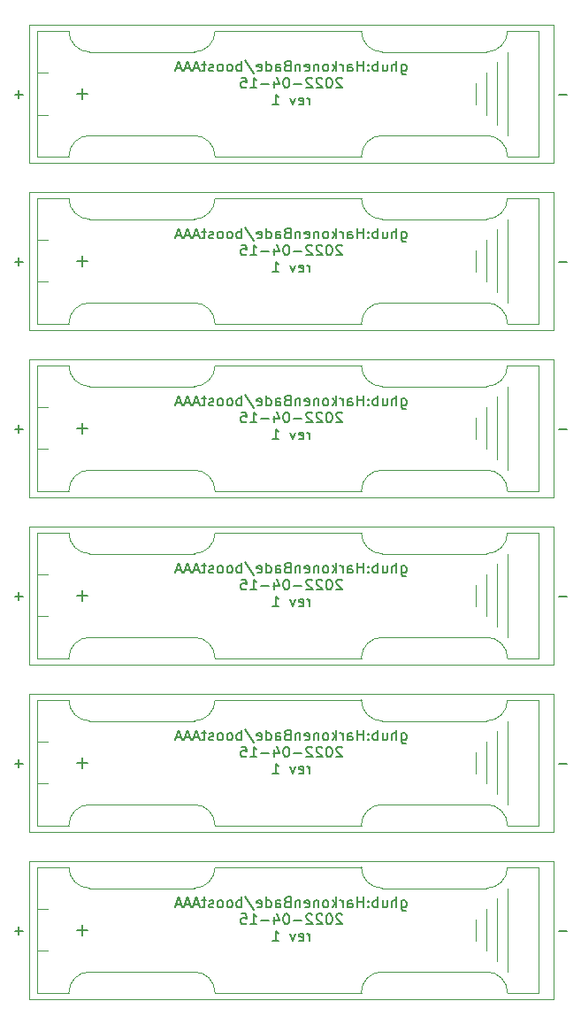
<source format=gbo>
G04 #@! TF.GenerationSoftware,KiCad,Pcbnew,6.0.4-6f826c9f35~116~ubuntu20.04.1*
G04 #@! TF.CreationDate,2022-05-04T20:07:54+01:00*
G04 #@! TF.ProjectId,boostAAA-panel,626f6f73-7441-4414-912d-70616e656c2e,rev?*
G04 #@! TF.SameCoordinates,Original*
G04 #@! TF.FileFunction,Legend,Bot*
G04 #@! TF.FilePolarity,Positive*
%FSLAX46Y46*%
G04 Gerber Fmt 4.6, Leading zero omitted, Abs format (unit mm)*
G04 Created by KiCad (PCBNEW 6.0.4-6f826c9f35~116~ubuntu20.04.1) date 2022-05-04 20:07:54*
%MOMM*%
%LPD*%
G01*
G04 APERTURE LIST*
%ADD10C,0.150000*%
%ADD11C,0.120000*%
G04 APERTURE END LIST*
D10*
X29498446Y-22000000D02*
X30498446Y-22000000D01*
X29498446Y-54000000D02*
X30498446Y-54000000D01*
X29498446Y-38000000D02*
X30498446Y-38000000D01*
X29498446Y-70000000D02*
X30498446Y-70000000D01*
X29498446Y-86000000D02*
X30498446Y-86000000D01*
X29498446Y-102000000D02*
X30498446Y-102000000D01*
X29998446Y-21500000D02*
X29998446Y-22500000D01*
X29998446Y-37500000D02*
X29998446Y-38500000D01*
X29998446Y-53500000D02*
X29998446Y-54500000D01*
X29998446Y-85500000D02*
X29998446Y-86500000D01*
X29998446Y-69500000D02*
X29998446Y-70500000D01*
X29998446Y-101500000D02*
X29998446Y-102500000D01*
X60546065Y-19175714D02*
X60546065Y-19985238D01*
X60593684Y-20080476D01*
X60641303Y-20128095D01*
X60736541Y-20175714D01*
X60879398Y-20175714D01*
X60974636Y-20128095D01*
X60546065Y-19794761D02*
X60641303Y-19842380D01*
X60831779Y-19842380D01*
X60927017Y-19794761D01*
X60974636Y-19747142D01*
X61022255Y-19651904D01*
X61022255Y-19366190D01*
X60974636Y-19270952D01*
X60927017Y-19223333D01*
X60831779Y-19175714D01*
X60641303Y-19175714D01*
X60546065Y-19223333D01*
X60069874Y-19842380D02*
X60069874Y-18842380D01*
X59641303Y-19842380D02*
X59641303Y-19318571D01*
X59688922Y-19223333D01*
X59784160Y-19175714D01*
X59927017Y-19175714D01*
X60022255Y-19223333D01*
X60069874Y-19270952D01*
X58736541Y-19175714D02*
X58736541Y-19842380D01*
X59165112Y-19175714D02*
X59165112Y-19699523D01*
X59117493Y-19794761D01*
X59022255Y-19842380D01*
X58879398Y-19842380D01*
X58784160Y-19794761D01*
X58736541Y-19747142D01*
X58260350Y-19842380D02*
X58260350Y-18842380D01*
X58260350Y-19223333D02*
X58165112Y-19175714D01*
X57974636Y-19175714D01*
X57879398Y-19223333D01*
X57831779Y-19270952D01*
X57784160Y-19366190D01*
X57784160Y-19651904D01*
X57831779Y-19747142D01*
X57879398Y-19794761D01*
X57974636Y-19842380D01*
X58165112Y-19842380D01*
X58260350Y-19794761D01*
X57355588Y-19747142D02*
X57307969Y-19794761D01*
X57355588Y-19842380D01*
X57403207Y-19794761D01*
X57355588Y-19747142D01*
X57355588Y-19842380D01*
X57355588Y-19223333D02*
X57307969Y-19270952D01*
X57355588Y-19318571D01*
X57403207Y-19270952D01*
X57355588Y-19223333D01*
X57355588Y-19318571D01*
X56879398Y-19842380D02*
X56879398Y-18842380D01*
X56879398Y-19318571D02*
X56307969Y-19318571D01*
X56307969Y-19842380D02*
X56307969Y-18842380D01*
X55403207Y-19842380D02*
X55403207Y-19318571D01*
X55450826Y-19223333D01*
X55546065Y-19175714D01*
X55736541Y-19175714D01*
X55831779Y-19223333D01*
X55403207Y-19794761D02*
X55498446Y-19842380D01*
X55736541Y-19842380D01*
X55831779Y-19794761D01*
X55879398Y-19699523D01*
X55879398Y-19604285D01*
X55831779Y-19509047D01*
X55736541Y-19461428D01*
X55498446Y-19461428D01*
X55403207Y-19413809D01*
X54927017Y-19842380D02*
X54927017Y-19175714D01*
X54927017Y-19366190D02*
X54879398Y-19270952D01*
X54831779Y-19223333D01*
X54736541Y-19175714D01*
X54641303Y-19175714D01*
X54307969Y-19842380D02*
X54307969Y-18842380D01*
X54212731Y-19461428D02*
X53927017Y-19842380D01*
X53927017Y-19175714D02*
X54307969Y-19556666D01*
X53355588Y-19842380D02*
X53450826Y-19794761D01*
X53498446Y-19747142D01*
X53546065Y-19651904D01*
X53546065Y-19366190D01*
X53498446Y-19270952D01*
X53450826Y-19223333D01*
X53355588Y-19175714D01*
X53212731Y-19175714D01*
X53117493Y-19223333D01*
X53069874Y-19270952D01*
X53022255Y-19366190D01*
X53022255Y-19651904D01*
X53069874Y-19747142D01*
X53117493Y-19794761D01*
X53212731Y-19842380D01*
X53355588Y-19842380D01*
X52593684Y-19175714D02*
X52593684Y-19842380D01*
X52593684Y-19270952D02*
X52546065Y-19223333D01*
X52450826Y-19175714D01*
X52307969Y-19175714D01*
X52212731Y-19223333D01*
X52165112Y-19318571D01*
X52165112Y-19842380D01*
X51307969Y-19794761D02*
X51403207Y-19842380D01*
X51593684Y-19842380D01*
X51688922Y-19794761D01*
X51736541Y-19699523D01*
X51736541Y-19318571D01*
X51688922Y-19223333D01*
X51593684Y-19175714D01*
X51403207Y-19175714D01*
X51307969Y-19223333D01*
X51260350Y-19318571D01*
X51260350Y-19413809D01*
X51736541Y-19509047D01*
X50831779Y-19175714D02*
X50831779Y-19842380D01*
X50831779Y-19270952D02*
X50784160Y-19223333D01*
X50688922Y-19175714D01*
X50546065Y-19175714D01*
X50450826Y-19223333D01*
X50403207Y-19318571D01*
X50403207Y-19842380D01*
X49593684Y-19318571D02*
X49450826Y-19366190D01*
X49403207Y-19413809D01*
X49355588Y-19509047D01*
X49355588Y-19651904D01*
X49403207Y-19747142D01*
X49450826Y-19794761D01*
X49546065Y-19842380D01*
X49927017Y-19842380D01*
X49927017Y-18842380D01*
X49593684Y-18842380D01*
X49498446Y-18890000D01*
X49450826Y-18937619D01*
X49403207Y-19032857D01*
X49403207Y-19128095D01*
X49450826Y-19223333D01*
X49498446Y-19270952D01*
X49593684Y-19318571D01*
X49927017Y-19318571D01*
X48498446Y-19842380D02*
X48498446Y-19318571D01*
X48546065Y-19223333D01*
X48641303Y-19175714D01*
X48831779Y-19175714D01*
X48927017Y-19223333D01*
X48498446Y-19794761D02*
X48593684Y-19842380D01*
X48831779Y-19842380D01*
X48927017Y-19794761D01*
X48974636Y-19699523D01*
X48974636Y-19604285D01*
X48927017Y-19509047D01*
X48831779Y-19461428D01*
X48593684Y-19461428D01*
X48498446Y-19413809D01*
X47593684Y-19842380D02*
X47593684Y-18842380D01*
X47593684Y-19794761D02*
X47688922Y-19842380D01*
X47879398Y-19842380D01*
X47974636Y-19794761D01*
X48022255Y-19747142D01*
X48069874Y-19651904D01*
X48069874Y-19366190D01*
X48022255Y-19270952D01*
X47974636Y-19223333D01*
X47879398Y-19175714D01*
X47688922Y-19175714D01*
X47593684Y-19223333D01*
X46736541Y-19794761D02*
X46831779Y-19842380D01*
X47022255Y-19842380D01*
X47117493Y-19794761D01*
X47165112Y-19699523D01*
X47165112Y-19318571D01*
X47117493Y-19223333D01*
X47022255Y-19175714D01*
X46831779Y-19175714D01*
X46736541Y-19223333D01*
X46688922Y-19318571D01*
X46688922Y-19413809D01*
X47165112Y-19509047D01*
X45546065Y-18794761D02*
X46403207Y-20080476D01*
X45212731Y-19842380D02*
X45212731Y-18842380D01*
X45212731Y-19223333D02*
X45117493Y-19175714D01*
X44927017Y-19175714D01*
X44831779Y-19223333D01*
X44784160Y-19270952D01*
X44736541Y-19366190D01*
X44736541Y-19651904D01*
X44784160Y-19747142D01*
X44831779Y-19794761D01*
X44927017Y-19842380D01*
X45117493Y-19842380D01*
X45212731Y-19794761D01*
X44165112Y-19842380D02*
X44260350Y-19794761D01*
X44307969Y-19747142D01*
X44355588Y-19651904D01*
X44355588Y-19366190D01*
X44307969Y-19270952D01*
X44260350Y-19223333D01*
X44165112Y-19175714D01*
X44022255Y-19175714D01*
X43927017Y-19223333D01*
X43879398Y-19270952D01*
X43831779Y-19366190D01*
X43831779Y-19651904D01*
X43879398Y-19747142D01*
X43927017Y-19794761D01*
X44022255Y-19842380D01*
X44165112Y-19842380D01*
X43260350Y-19842380D02*
X43355588Y-19794761D01*
X43403207Y-19747142D01*
X43450826Y-19651904D01*
X43450826Y-19366190D01*
X43403207Y-19270952D01*
X43355588Y-19223333D01*
X43260350Y-19175714D01*
X43117493Y-19175714D01*
X43022255Y-19223333D01*
X42974636Y-19270952D01*
X42927017Y-19366190D01*
X42927017Y-19651904D01*
X42974636Y-19747142D01*
X43022255Y-19794761D01*
X43117493Y-19842380D01*
X43260350Y-19842380D01*
X42546065Y-19794761D02*
X42450826Y-19842380D01*
X42260350Y-19842380D01*
X42165112Y-19794761D01*
X42117493Y-19699523D01*
X42117493Y-19651904D01*
X42165112Y-19556666D01*
X42260350Y-19509047D01*
X42403207Y-19509047D01*
X42498446Y-19461428D01*
X42546065Y-19366190D01*
X42546065Y-19318571D01*
X42498446Y-19223333D01*
X42403207Y-19175714D01*
X42260350Y-19175714D01*
X42165112Y-19223333D01*
X41831779Y-19175714D02*
X41450826Y-19175714D01*
X41688922Y-18842380D02*
X41688922Y-19699523D01*
X41641303Y-19794761D01*
X41546065Y-19842380D01*
X41450826Y-19842380D01*
X41165112Y-19556666D02*
X40688922Y-19556666D01*
X41260350Y-19842380D02*
X40927017Y-18842380D01*
X40593684Y-19842380D01*
X40307969Y-19556666D02*
X39831779Y-19556666D01*
X40403207Y-19842380D02*
X40069874Y-18842380D01*
X39736541Y-19842380D01*
X39450826Y-19556666D02*
X38974636Y-19556666D01*
X39546065Y-19842380D02*
X39212731Y-18842380D01*
X38879398Y-19842380D01*
X54855588Y-20547619D02*
X54807969Y-20500000D01*
X54712731Y-20452380D01*
X54474636Y-20452380D01*
X54379398Y-20500000D01*
X54331779Y-20547619D01*
X54284160Y-20642857D01*
X54284160Y-20738095D01*
X54331779Y-20880952D01*
X54903207Y-21452380D01*
X54284160Y-21452380D01*
X53665112Y-20452380D02*
X53569874Y-20452380D01*
X53474636Y-20500000D01*
X53427017Y-20547619D01*
X53379398Y-20642857D01*
X53331779Y-20833333D01*
X53331779Y-21071428D01*
X53379398Y-21261904D01*
X53427017Y-21357142D01*
X53474636Y-21404761D01*
X53569874Y-21452380D01*
X53665112Y-21452380D01*
X53760350Y-21404761D01*
X53807969Y-21357142D01*
X53855588Y-21261904D01*
X53903207Y-21071428D01*
X53903207Y-20833333D01*
X53855588Y-20642857D01*
X53807969Y-20547619D01*
X53760350Y-20500000D01*
X53665112Y-20452380D01*
X52950826Y-20547619D02*
X52903207Y-20500000D01*
X52807969Y-20452380D01*
X52569874Y-20452380D01*
X52474636Y-20500000D01*
X52427017Y-20547619D01*
X52379398Y-20642857D01*
X52379398Y-20738095D01*
X52427017Y-20880952D01*
X52998446Y-21452380D01*
X52379398Y-21452380D01*
X51998446Y-20547619D02*
X51950826Y-20500000D01*
X51855588Y-20452380D01*
X51617493Y-20452380D01*
X51522255Y-20500000D01*
X51474636Y-20547619D01*
X51427017Y-20642857D01*
X51427017Y-20738095D01*
X51474636Y-20880952D01*
X52046065Y-21452380D01*
X51427017Y-21452380D01*
X50998446Y-21071428D02*
X50236541Y-21071428D01*
X49569874Y-20452380D02*
X49474636Y-20452380D01*
X49379398Y-20500000D01*
X49331779Y-20547619D01*
X49284160Y-20642857D01*
X49236541Y-20833333D01*
X49236541Y-21071428D01*
X49284160Y-21261904D01*
X49331779Y-21357142D01*
X49379398Y-21404761D01*
X49474636Y-21452380D01*
X49569874Y-21452380D01*
X49665112Y-21404761D01*
X49712731Y-21357142D01*
X49760350Y-21261904D01*
X49807969Y-21071428D01*
X49807969Y-20833333D01*
X49760350Y-20642857D01*
X49712731Y-20547619D01*
X49665112Y-20500000D01*
X49569874Y-20452380D01*
X48379398Y-20785714D02*
X48379398Y-21452380D01*
X48617493Y-20404761D02*
X48855588Y-21119047D01*
X48236541Y-21119047D01*
X47855588Y-21071428D02*
X47093684Y-21071428D01*
X46093684Y-21452380D02*
X46665112Y-21452380D01*
X46379398Y-21452380D02*
X46379398Y-20452380D01*
X46474636Y-20595238D01*
X46569874Y-20690476D01*
X46665112Y-20738095D01*
X45188922Y-20452380D02*
X45665112Y-20452380D01*
X45712731Y-20928571D01*
X45665112Y-20880952D01*
X45569874Y-20833333D01*
X45331779Y-20833333D01*
X45236541Y-20880952D01*
X45188922Y-20928571D01*
X45141303Y-21023809D01*
X45141303Y-21261904D01*
X45188922Y-21357142D01*
X45236541Y-21404761D01*
X45331779Y-21452380D01*
X45569874Y-21452380D01*
X45665112Y-21404761D01*
X45712731Y-21357142D01*
X51736541Y-23062380D02*
X51736541Y-22395714D01*
X51736541Y-22586190D02*
X51688922Y-22490952D01*
X51641303Y-22443333D01*
X51546065Y-22395714D01*
X51450826Y-22395714D01*
X50736541Y-23014761D02*
X50831779Y-23062380D01*
X51022255Y-23062380D01*
X51117493Y-23014761D01*
X51165112Y-22919523D01*
X51165112Y-22538571D01*
X51117493Y-22443333D01*
X51022255Y-22395714D01*
X50831779Y-22395714D01*
X50736541Y-22443333D01*
X50688922Y-22538571D01*
X50688922Y-22633809D01*
X51165112Y-22729047D01*
X50355588Y-22395714D02*
X50117493Y-23062380D01*
X49879398Y-22395714D01*
X48212731Y-23062380D02*
X48784160Y-23062380D01*
X48498446Y-23062380D02*
X48498446Y-22062380D01*
X48593684Y-22205238D01*
X48688922Y-22300476D01*
X48784160Y-22348095D01*
X60546065Y-35175714D02*
X60546065Y-35985238D01*
X60593684Y-36080476D01*
X60641303Y-36128095D01*
X60736541Y-36175714D01*
X60879398Y-36175714D01*
X60974636Y-36128095D01*
X60546065Y-35794761D02*
X60641303Y-35842380D01*
X60831779Y-35842380D01*
X60927017Y-35794761D01*
X60974636Y-35747142D01*
X61022255Y-35651904D01*
X61022255Y-35366190D01*
X60974636Y-35270952D01*
X60927017Y-35223333D01*
X60831779Y-35175714D01*
X60641303Y-35175714D01*
X60546065Y-35223333D01*
X60069874Y-35842380D02*
X60069874Y-34842380D01*
X59641303Y-35842380D02*
X59641303Y-35318571D01*
X59688922Y-35223333D01*
X59784160Y-35175714D01*
X59927017Y-35175714D01*
X60022255Y-35223333D01*
X60069874Y-35270952D01*
X58736541Y-35175714D02*
X58736541Y-35842380D01*
X59165112Y-35175714D02*
X59165112Y-35699523D01*
X59117493Y-35794761D01*
X59022255Y-35842380D01*
X58879398Y-35842380D01*
X58784160Y-35794761D01*
X58736541Y-35747142D01*
X58260350Y-35842380D02*
X58260350Y-34842380D01*
X58260350Y-35223333D02*
X58165112Y-35175714D01*
X57974636Y-35175714D01*
X57879398Y-35223333D01*
X57831779Y-35270952D01*
X57784160Y-35366190D01*
X57784160Y-35651904D01*
X57831779Y-35747142D01*
X57879398Y-35794761D01*
X57974636Y-35842380D01*
X58165112Y-35842380D01*
X58260350Y-35794761D01*
X57355588Y-35747142D02*
X57307969Y-35794761D01*
X57355588Y-35842380D01*
X57403207Y-35794761D01*
X57355588Y-35747142D01*
X57355588Y-35842380D01*
X57355588Y-35223333D02*
X57307969Y-35270952D01*
X57355588Y-35318571D01*
X57403207Y-35270952D01*
X57355588Y-35223333D01*
X57355588Y-35318571D01*
X56879398Y-35842380D02*
X56879398Y-34842380D01*
X56879398Y-35318571D02*
X56307969Y-35318571D01*
X56307969Y-35842380D02*
X56307969Y-34842380D01*
X55403207Y-35842380D02*
X55403207Y-35318571D01*
X55450826Y-35223333D01*
X55546065Y-35175714D01*
X55736541Y-35175714D01*
X55831779Y-35223333D01*
X55403207Y-35794761D02*
X55498446Y-35842380D01*
X55736541Y-35842380D01*
X55831779Y-35794761D01*
X55879398Y-35699523D01*
X55879398Y-35604285D01*
X55831779Y-35509047D01*
X55736541Y-35461428D01*
X55498446Y-35461428D01*
X55403207Y-35413809D01*
X54927017Y-35842380D02*
X54927017Y-35175714D01*
X54927017Y-35366190D02*
X54879398Y-35270952D01*
X54831779Y-35223333D01*
X54736541Y-35175714D01*
X54641303Y-35175714D01*
X54307969Y-35842380D02*
X54307969Y-34842380D01*
X54212731Y-35461428D02*
X53927017Y-35842380D01*
X53927017Y-35175714D02*
X54307969Y-35556666D01*
X53355588Y-35842380D02*
X53450826Y-35794761D01*
X53498446Y-35747142D01*
X53546065Y-35651904D01*
X53546065Y-35366190D01*
X53498446Y-35270952D01*
X53450826Y-35223333D01*
X53355588Y-35175714D01*
X53212731Y-35175714D01*
X53117493Y-35223333D01*
X53069874Y-35270952D01*
X53022255Y-35366190D01*
X53022255Y-35651904D01*
X53069874Y-35747142D01*
X53117493Y-35794761D01*
X53212731Y-35842380D01*
X53355588Y-35842380D01*
X52593684Y-35175714D02*
X52593684Y-35842380D01*
X52593684Y-35270952D02*
X52546065Y-35223333D01*
X52450826Y-35175714D01*
X52307969Y-35175714D01*
X52212731Y-35223333D01*
X52165112Y-35318571D01*
X52165112Y-35842380D01*
X51307969Y-35794761D02*
X51403207Y-35842380D01*
X51593684Y-35842380D01*
X51688922Y-35794761D01*
X51736541Y-35699523D01*
X51736541Y-35318571D01*
X51688922Y-35223333D01*
X51593684Y-35175714D01*
X51403207Y-35175714D01*
X51307969Y-35223333D01*
X51260350Y-35318571D01*
X51260350Y-35413809D01*
X51736541Y-35509047D01*
X50831779Y-35175714D02*
X50831779Y-35842380D01*
X50831779Y-35270952D02*
X50784160Y-35223333D01*
X50688922Y-35175714D01*
X50546065Y-35175714D01*
X50450826Y-35223333D01*
X50403207Y-35318571D01*
X50403207Y-35842380D01*
X49593684Y-35318571D02*
X49450826Y-35366190D01*
X49403207Y-35413809D01*
X49355588Y-35509047D01*
X49355588Y-35651904D01*
X49403207Y-35747142D01*
X49450826Y-35794761D01*
X49546065Y-35842380D01*
X49927017Y-35842380D01*
X49927017Y-34842380D01*
X49593684Y-34842380D01*
X49498446Y-34890000D01*
X49450826Y-34937619D01*
X49403207Y-35032857D01*
X49403207Y-35128095D01*
X49450826Y-35223333D01*
X49498446Y-35270952D01*
X49593684Y-35318571D01*
X49927017Y-35318571D01*
X48498446Y-35842380D02*
X48498446Y-35318571D01*
X48546065Y-35223333D01*
X48641303Y-35175714D01*
X48831779Y-35175714D01*
X48927017Y-35223333D01*
X48498446Y-35794761D02*
X48593684Y-35842380D01*
X48831779Y-35842380D01*
X48927017Y-35794761D01*
X48974636Y-35699523D01*
X48974636Y-35604285D01*
X48927017Y-35509047D01*
X48831779Y-35461428D01*
X48593684Y-35461428D01*
X48498446Y-35413809D01*
X47593684Y-35842380D02*
X47593684Y-34842380D01*
X47593684Y-35794761D02*
X47688922Y-35842380D01*
X47879398Y-35842380D01*
X47974636Y-35794761D01*
X48022255Y-35747142D01*
X48069874Y-35651904D01*
X48069874Y-35366190D01*
X48022255Y-35270952D01*
X47974636Y-35223333D01*
X47879398Y-35175714D01*
X47688922Y-35175714D01*
X47593684Y-35223333D01*
X46736541Y-35794761D02*
X46831779Y-35842380D01*
X47022255Y-35842380D01*
X47117493Y-35794761D01*
X47165112Y-35699523D01*
X47165112Y-35318571D01*
X47117493Y-35223333D01*
X47022255Y-35175714D01*
X46831779Y-35175714D01*
X46736541Y-35223333D01*
X46688922Y-35318571D01*
X46688922Y-35413809D01*
X47165112Y-35509047D01*
X45546065Y-34794761D02*
X46403207Y-36080476D01*
X45212731Y-35842380D02*
X45212731Y-34842380D01*
X45212731Y-35223333D02*
X45117493Y-35175714D01*
X44927017Y-35175714D01*
X44831779Y-35223333D01*
X44784160Y-35270952D01*
X44736541Y-35366190D01*
X44736541Y-35651904D01*
X44784160Y-35747142D01*
X44831779Y-35794761D01*
X44927017Y-35842380D01*
X45117493Y-35842380D01*
X45212731Y-35794761D01*
X44165112Y-35842380D02*
X44260350Y-35794761D01*
X44307969Y-35747142D01*
X44355588Y-35651904D01*
X44355588Y-35366190D01*
X44307969Y-35270952D01*
X44260350Y-35223333D01*
X44165112Y-35175714D01*
X44022255Y-35175714D01*
X43927017Y-35223333D01*
X43879398Y-35270952D01*
X43831779Y-35366190D01*
X43831779Y-35651904D01*
X43879398Y-35747142D01*
X43927017Y-35794761D01*
X44022255Y-35842380D01*
X44165112Y-35842380D01*
X43260350Y-35842380D02*
X43355588Y-35794761D01*
X43403207Y-35747142D01*
X43450826Y-35651904D01*
X43450826Y-35366190D01*
X43403207Y-35270952D01*
X43355588Y-35223333D01*
X43260350Y-35175714D01*
X43117493Y-35175714D01*
X43022255Y-35223333D01*
X42974636Y-35270952D01*
X42927017Y-35366190D01*
X42927017Y-35651904D01*
X42974636Y-35747142D01*
X43022255Y-35794761D01*
X43117493Y-35842380D01*
X43260350Y-35842380D01*
X42546065Y-35794761D02*
X42450826Y-35842380D01*
X42260350Y-35842380D01*
X42165112Y-35794761D01*
X42117493Y-35699523D01*
X42117493Y-35651904D01*
X42165112Y-35556666D01*
X42260350Y-35509047D01*
X42403207Y-35509047D01*
X42498446Y-35461428D01*
X42546065Y-35366190D01*
X42546065Y-35318571D01*
X42498446Y-35223333D01*
X42403207Y-35175714D01*
X42260350Y-35175714D01*
X42165112Y-35223333D01*
X41831779Y-35175714D02*
X41450826Y-35175714D01*
X41688922Y-34842380D02*
X41688922Y-35699523D01*
X41641303Y-35794761D01*
X41546065Y-35842380D01*
X41450826Y-35842380D01*
X41165112Y-35556666D02*
X40688922Y-35556666D01*
X41260350Y-35842380D02*
X40927017Y-34842380D01*
X40593684Y-35842380D01*
X40307969Y-35556666D02*
X39831779Y-35556666D01*
X40403207Y-35842380D02*
X40069874Y-34842380D01*
X39736541Y-35842380D01*
X39450826Y-35556666D02*
X38974636Y-35556666D01*
X39546065Y-35842380D02*
X39212731Y-34842380D01*
X38879398Y-35842380D01*
X54855588Y-36547619D02*
X54807969Y-36500000D01*
X54712731Y-36452380D01*
X54474636Y-36452380D01*
X54379398Y-36500000D01*
X54331779Y-36547619D01*
X54284160Y-36642857D01*
X54284160Y-36738095D01*
X54331779Y-36880952D01*
X54903207Y-37452380D01*
X54284160Y-37452380D01*
X53665112Y-36452380D02*
X53569874Y-36452380D01*
X53474636Y-36500000D01*
X53427017Y-36547619D01*
X53379398Y-36642857D01*
X53331779Y-36833333D01*
X53331779Y-37071428D01*
X53379398Y-37261904D01*
X53427017Y-37357142D01*
X53474636Y-37404761D01*
X53569874Y-37452380D01*
X53665112Y-37452380D01*
X53760350Y-37404761D01*
X53807969Y-37357142D01*
X53855588Y-37261904D01*
X53903207Y-37071428D01*
X53903207Y-36833333D01*
X53855588Y-36642857D01*
X53807969Y-36547619D01*
X53760350Y-36500000D01*
X53665112Y-36452380D01*
X52950826Y-36547619D02*
X52903207Y-36500000D01*
X52807969Y-36452380D01*
X52569874Y-36452380D01*
X52474636Y-36500000D01*
X52427017Y-36547619D01*
X52379398Y-36642857D01*
X52379398Y-36738095D01*
X52427017Y-36880952D01*
X52998446Y-37452380D01*
X52379398Y-37452380D01*
X51998446Y-36547619D02*
X51950826Y-36500000D01*
X51855588Y-36452380D01*
X51617493Y-36452380D01*
X51522255Y-36500000D01*
X51474636Y-36547619D01*
X51427017Y-36642857D01*
X51427017Y-36738095D01*
X51474636Y-36880952D01*
X52046065Y-37452380D01*
X51427017Y-37452380D01*
X50998446Y-37071428D02*
X50236541Y-37071428D01*
X49569874Y-36452380D02*
X49474636Y-36452380D01*
X49379398Y-36500000D01*
X49331779Y-36547619D01*
X49284160Y-36642857D01*
X49236541Y-36833333D01*
X49236541Y-37071428D01*
X49284160Y-37261904D01*
X49331779Y-37357142D01*
X49379398Y-37404761D01*
X49474636Y-37452380D01*
X49569874Y-37452380D01*
X49665112Y-37404761D01*
X49712731Y-37357142D01*
X49760350Y-37261904D01*
X49807969Y-37071428D01*
X49807969Y-36833333D01*
X49760350Y-36642857D01*
X49712731Y-36547619D01*
X49665112Y-36500000D01*
X49569874Y-36452380D01*
X48379398Y-36785714D02*
X48379398Y-37452380D01*
X48617493Y-36404761D02*
X48855588Y-37119047D01*
X48236541Y-37119047D01*
X47855588Y-37071428D02*
X47093684Y-37071428D01*
X46093684Y-37452380D02*
X46665112Y-37452380D01*
X46379398Y-37452380D02*
X46379398Y-36452380D01*
X46474636Y-36595238D01*
X46569874Y-36690476D01*
X46665112Y-36738095D01*
X45188922Y-36452380D02*
X45665112Y-36452380D01*
X45712731Y-36928571D01*
X45665112Y-36880952D01*
X45569874Y-36833333D01*
X45331779Y-36833333D01*
X45236541Y-36880952D01*
X45188922Y-36928571D01*
X45141303Y-37023809D01*
X45141303Y-37261904D01*
X45188922Y-37357142D01*
X45236541Y-37404761D01*
X45331779Y-37452380D01*
X45569874Y-37452380D01*
X45665112Y-37404761D01*
X45712731Y-37357142D01*
X51736541Y-39062380D02*
X51736541Y-38395714D01*
X51736541Y-38586190D02*
X51688922Y-38490952D01*
X51641303Y-38443333D01*
X51546065Y-38395714D01*
X51450826Y-38395714D01*
X50736541Y-39014761D02*
X50831779Y-39062380D01*
X51022255Y-39062380D01*
X51117493Y-39014761D01*
X51165112Y-38919523D01*
X51165112Y-38538571D01*
X51117493Y-38443333D01*
X51022255Y-38395714D01*
X50831779Y-38395714D01*
X50736541Y-38443333D01*
X50688922Y-38538571D01*
X50688922Y-38633809D01*
X51165112Y-38729047D01*
X50355588Y-38395714D02*
X50117493Y-39062380D01*
X49879398Y-38395714D01*
X48212731Y-39062380D02*
X48784160Y-39062380D01*
X48498446Y-39062380D02*
X48498446Y-38062380D01*
X48593684Y-38205238D01*
X48688922Y-38300476D01*
X48784160Y-38348095D01*
X60546065Y-51175714D02*
X60546065Y-51985238D01*
X60593684Y-52080476D01*
X60641303Y-52128095D01*
X60736541Y-52175714D01*
X60879398Y-52175714D01*
X60974636Y-52128095D01*
X60546065Y-51794761D02*
X60641303Y-51842380D01*
X60831779Y-51842380D01*
X60927017Y-51794761D01*
X60974636Y-51747142D01*
X61022255Y-51651904D01*
X61022255Y-51366190D01*
X60974636Y-51270952D01*
X60927017Y-51223333D01*
X60831779Y-51175714D01*
X60641303Y-51175714D01*
X60546065Y-51223333D01*
X60069874Y-51842380D02*
X60069874Y-50842380D01*
X59641303Y-51842380D02*
X59641303Y-51318571D01*
X59688922Y-51223333D01*
X59784160Y-51175714D01*
X59927017Y-51175714D01*
X60022255Y-51223333D01*
X60069874Y-51270952D01*
X58736541Y-51175714D02*
X58736541Y-51842380D01*
X59165112Y-51175714D02*
X59165112Y-51699523D01*
X59117493Y-51794761D01*
X59022255Y-51842380D01*
X58879398Y-51842380D01*
X58784160Y-51794761D01*
X58736541Y-51747142D01*
X58260350Y-51842380D02*
X58260350Y-50842380D01*
X58260350Y-51223333D02*
X58165112Y-51175714D01*
X57974636Y-51175714D01*
X57879398Y-51223333D01*
X57831779Y-51270952D01*
X57784160Y-51366190D01*
X57784160Y-51651904D01*
X57831779Y-51747142D01*
X57879398Y-51794761D01*
X57974636Y-51842380D01*
X58165112Y-51842380D01*
X58260350Y-51794761D01*
X57355588Y-51747142D02*
X57307969Y-51794761D01*
X57355588Y-51842380D01*
X57403207Y-51794761D01*
X57355588Y-51747142D01*
X57355588Y-51842380D01*
X57355588Y-51223333D02*
X57307969Y-51270952D01*
X57355588Y-51318571D01*
X57403207Y-51270952D01*
X57355588Y-51223333D01*
X57355588Y-51318571D01*
X56879398Y-51842380D02*
X56879398Y-50842380D01*
X56879398Y-51318571D02*
X56307969Y-51318571D01*
X56307969Y-51842380D02*
X56307969Y-50842380D01*
X55403207Y-51842380D02*
X55403207Y-51318571D01*
X55450826Y-51223333D01*
X55546065Y-51175714D01*
X55736541Y-51175714D01*
X55831779Y-51223333D01*
X55403207Y-51794761D02*
X55498446Y-51842380D01*
X55736541Y-51842380D01*
X55831779Y-51794761D01*
X55879398Y-51699523D01*
X55879398Y-51604285D01*
X55831779Y-51509047D01*
X55736541Y-51461428D01*
X55498446Y-51461428D01*
X55403207Y-51413809D01*
X54927017Y-51842380D02*
X54927017Y-51175714D01*
X54927017Y-51366190D02*
X54879398Y-51270952D01*
X54831779Y-51223333D01*
X54736541Y-51175714D01*
X54641303Y-51175714D01*
X54307969Y-51842380D02*
X54307969Y-50842380D01*
X54212731Y-51461428D02*
X53927017Y-51842380D01*
X53927017Y-51175714D02*
X54307969Y-51556666D01*
X53355588Y-51842380D02*
X53450826Y-51794761D01*
X53498446Y-51747142D01*
X53546065Y-51651904D01*
X53546065Y-51366190D01*
X53498446Y-51270952D01*
X53450826Y-51223333D01*
X53355588Y-51175714D01*
X53212731Y-51175714D01*
X53117493Y-51223333D01*
X53069874Y-51270952D01*
X53022255Y-51366190D01*
X53022255Y-51651904D01*
X53069874Y-51747142D01*
X53117493Y-51794761D01*
X53212731Y-51842380D01*
X53355588Y-51842380D01*
X52593684Y-51175714D02*
X52593684Y-51842380D01*
X52593684Y-51270952D02*
X52546065Y-51223333D01*
X52450826Y-51175714D01*
X52307969Y-51175714D01*
X52212731Y-51223333D01*
X52165112Y-51318571D01*
X52165112Y-51842380D01*
X51307969Y-51794761D02*
X51403207Y-51842380D01*
X51593684Y-51842380D01*
X51688922Y-51794761D01*
X51736541Y-51699523D01*
X51736541Y-51318571D01*
X51688922Y-51223333D01*
X51593684Y-51175714D01*
X51403207Y-51175714D01*
X51307969Y-51223333D01*
X51260350Y-51318571D01*
X51260350Y-51413809D01*
X51736541Y-51509047D01*
X50831779Y-51175714D02*
X50831779Y-51842380D01*
X50831779Y-51270952D02*
X50784160Y-51223333D01*
X50688922Y-51175714D01*
X50546065Y-51175714D01*
X50450826Y-51223333D01*
X50403207Y-51318571D01*
X50403207Y-51842380D01*
X49593684Y-51318571D02*
X49450826Y-51366190D01*
X49403207Y-51413809D01*
X49355588Y-51509047D01*
X49355588Y-51651904D01*
X49403207Y-51747142D01*
X49450826Y-51794761D01*
X49546065Y-51842380D01*
X49927017Y-51842380D01*
X49927017Y-50842380D01*
X49593684Y-50842380D01*
X49498446Y-50890000D01*
X49450826Y-50937619D01*
X49403207Y-51032857D01*
X49403207Y-51128095D01*
X49450826Y-51223333D01*
X49498446Y-51270952D01*
X49593684Y-51318571D01*
X49927017Y-51318571D01*
X48498446Y-51842380D02*
X48498446Y-51318571D01*
X48546065Y-51223333D01*
X48641303Y-51175714D01*
X48831779Y-51175714D01*
X48927017Y-51223333D01*
X48498446Y-51794761D02*
X48593684Y-51842380D01*
X48831779Y-51842380D01*
X48927017Y-51794761D01*
X48974636Y-51699523D01*
X48974636Y-51604285D01*
X48927017Y-51509047D01*
X48831779Y-51461428D01*
X48593684Y-51461428D01*
X48498446Y-51413809D01*
X47593684Y-51842380D02*
X47593684Y-50842380D01*
X47593684Y-51794761D02*
X47688922Y-51842380D01*
X47879398Y-51842380D01*
X47974636Y-51794761D01*
X48022255Y-51747142D01*
X48069874Y-51651904D01*
X48069874Y-51366190D01*
X48022255Y-51270952D01*
X47974636Y-51223333D01*
X47879398Y-51175714D01*
X47688922Y-51175714D01*
X47593684Y-51223333D01*
X46736541Y-51794761D02*
X46831779Y-51842380D01*
X47022255Y-51842380D01*
X47117493Y-51794761D01*
X47165112Y-51699523D01*
X47165112Y-51318571D01*
X47117493Y-51223333D01*
X47022255Y-51175714D01*
X46831779Y-51175714D01*
X46736541Y-51223333D01*
X46688922Y-51318571D01*
X46688922Y-51413809D01*
X47165112Y-51509047D01*
X45546065Y-50794761D02*
X46403207Y-52080476D01*
X45212731Y-51842380D02*
X45212731Y-50842380D01*
X45212731Y-51223333D02*
X45117493Y-51175714D01*
X44927017Y-51175714D01*
X44831779Y-51223333D01*
X44784160Y-51270952D01*
X44736541Y-51366190D01*
X44736541Y-51651904D01*
X44784160Y-51747142D01*
X44831779Y-51794761D01*
X44927017Y-51842380D01*
X45117493Y-51842380D01*
X45212731Y-51794761D01*
X44165112Y-51842380D02*
X44260350Y-51794761D01*
X44307969Y-51747142D01*
X44355588Y-51651904D01*
X44355588Y-51366190D01*
X44307969Y-51270952D01*
X44260350Y-51223333D01*
X44165112Y-51175714D01*
X44022255Y-51175714D01*
X43927017Y-51223333D01*
X43879398Y-51270952D01*
X43831779Y-51366190D01*
X43831779Y-51651904D01*
X43879398Y-51747142D01*
X43927017Y-51794761D01*
X44022255Y-51842380D01*
X44165112Y-51842380D01*
X43260350Y-51842380D02*
X43355588Y-51794761D01*
X43403207Y-51747142D01*
X43450826Y-51651904D01*
X43450826Y-51366190D01*
X43403207Y-51270952D01*
X43355588Y-51223333D01*
X43260350Y-51175714D01*
X43117493Y-51175714D01*
X43022255Y-51223333D01*
X42974636Y-51270952D01*
X42927017Y-51366190D01*
X42927017Y-51651904D01*
X42974636Y-51747142D01*
X43022255Y-51794761D01*
X43117493Y-51842380D01*
X43260350Y-51842380D01*
X42546065Y-51794761D02*
X42450826Y-51842380D01*
X42260350Y-51842380D01*
X42165112Y-51794761D01*
X42117493Y-51699523D01*
X42117493Y-51651904D01*
X42165112Y-51556666D01*
X42260350Y-51509047D01*
X42403207Y-51509047D01*
X42498446Y-51461428D01*
X42546065Y-51366190D01*
X42546065Y-51318571D01*
X42498446Y-51223333D01*
X42403207Y-51175714D01*
X42260350Y-51175714D01*
X42165112Y-51223333D01*
X41831779Y-51175714D02*
X41450826Y-51175714D01*
X41688922Y-50842380D02*
X41688922Y-51699523D01*
X41641303Y-51794761D01*
X41546065Y-51842380D01*
X41450826Y-51842380D01*
X41165112Y-51556666D02*
X40688922Y-51556666D01*
X41260350Y-51842380D02*
X40927017Y-50842380D01*
X40593684Y-51842380D01*
X40307969Y-51556666D02*
X39831779Y-51556666D01*
X40403207Y-51842380D02*
X40069874Y-50842380D01*
X39736541Y-51842380D01*
X39450826Y-51556666D02*
X38974636Y-51556666D01*
X39546065Y-51842380D02*
X39212731Y-50842380D01*
X38879398Y-51842380D01*
X54855588Y-52547619D02*
X54807969Y-52500000D01*
X54712731Y-52452380D01*
X54474636Y-52452380D01*
X54379398Y-52500000D01*
X54331779Y-52547619D01*
X54284160Y-52642857D01*
X54284160Y-52738095D01*
X54331779Y-52880952D01*
X54903207Y-53452380D01*
X54284160Y-53452380D01*
X53665112Y-52452380D02*
X53569874Y-52452380D01*
X53474636Y-52500000D01*
X53427017Y-52547619D01*
X53379398Y-52642857D01*
X53331779Y-52833333D01*
X53331779Y-53071428D01*
X53379398Y-53261904D01*
X53427017Y-53357142D01*
X53474636Y-53404761D01*
X53569874Y-53452380D01*
X53665112Y-53452380D01*
X53760350Y-53404761D01*
X53807969Y-53357142D01*
X53855588Y-53261904D01*
X53903207Y-53071428D01*
X53903207Y-52833333D01*
X53855588Y-52642857D01*
X53807969Y-52547619D01*
X53760350Y-52500000D01*
X53665112Y-52452380D01*
X52950826Y-52547619D02*
X52903207Y-52500000D01*
X52807969Y-52452380D01*
X52569874Y-52452380D01*
X52474636Y-52500000D01*
X52427017Y-52547619D01*
X52379398Y-52642857D01*
X52379398Y-52738095D01*
X52427017Y-52880952D01*
X52998446Y-53452380D01*
X52379398Y-53452380D01*
X51998446Y-52547619D02*
X51950826Y-52500000D01*
X51855588Y-52452380D01*
X51617493Y-52452380D01*
X51522255Y-52500000D01*
X51474636Y-52547619D01*
X51427017Y-52642857D01*
X51427017Y-52738095D01*
X51474636Y-52880952D01*
X52046065Y-53452380D01*
X51427017Y-53452380D01*
X50998446Y-53071428D02*
X50236541Y-53071428D01*
X49569874Y-52452380D02*
X49474636Y-52452380D01*
X49379398Y-52500000D01*
X49331779Y-52547619D01*
X49284160Y-52642857D01*
X49236541Y-52833333D01*
X49236541Y-53071428D01*
X49284160Y-53261904D01*
X49331779Y-53357142D01*
X49379398Y-53404761D01*
X49474636Y-53452380D01*
X49569874Y-53452380D01*
X49665112Y-53404761D01*
X49712731Y-53357142D01*
X49760350Y-53261904D01*
X49807969Y-53071428D01*
X49807969Y-52833333D01*
X49760350Y-52642857D01*
X49712731Y-52547619D01*
X49665112Y-52500000D01*
X49569874Y-52452380D01*
X48379398Y-52785714D02*
X48379398Y-53452380D01*
X48617493Y-52404761D02*
X48855588Y-53119047D01*
X48236541Y-53119047D01*
X47855588Y-53071428D02*
X47093684Y-53071428D01*
X46093684Y-53452380D02*
X46665112Y-53452380D01*
X46379398Y-53452380D02*
X46379398Y-52452380D01*
X46474636Y-52595238D01*
X46569874Y-52690476D01*
X46665112Y-52738095D01*
X45188922Y-52452380D02*
X45665112Y-52452380D01*
X45712731Y-52928571D01*
X45665112Y-52880952D01*
X45569874Y-52833333D01*
X45331779Y-52833333D01*
X45236541Y-52880952D01*
X45188922Y-52928571D01*
X45141303Y-53023809D01*
X45141303Y-53261904D01*
X45188922Y-53357142D01*
X45236541Y-53404761D01*
X45331779Y-53452380D01*
X45569874Y-53452380D01*
X45665112Y-53404761D01*
X45712731Y-53357142D01*
X51736541Y-55062380D02*
X51736541Y-54395714D01*
X51736541Y-54586190D02*
X51688922Y-54490952D01*
X51641303Y-54443333D01*
X51546065Y-54395714D01*
X51450826Y-54395714D01*
X50736541Y-55014761D02*
X50831779Y-55062380D01*
X51022255Y-55062380D01*
X51117493Y-55014761D01*
X51165112Y-54919523D01*
X51165112Y-54538571D01*
X51117493Y-54443333D01*
X51022255Y-54395714D01*
X50831779Y-54395714D01*
X50736541Y-54443333D01*
X50688922Y-54538571D01*
X50688922Y-54633809D01*
X51165112Y-54729047D01*
X50355588Y-54395714D02*
X50117493Y-55062380D01*
X49879398Y-54395714D01*
X48212731Y-55062380D02*
X48784160Y-55062380D01*
X48498446Y-55062380D02*
X48498446Y-54062380D01*
X48593684Y-54205238D01*
X48688922Y-54300476D01*
X48784160Y-54348095D01*
X60546065Y-67175714D02*
X60546065Y-67985238D01*
X60593684Y-68080476D01*
X60641303Y-68128095D01*
X60736541Y-68175714D01*
X60879398Y-68175714D01*
X60974636Y-68128095D01*
X60546065Y-67794761D02*
X60641303Y-67842380D01*
X60831779Y-67842380D01*
X60927017Y-67794761D01*
X60974636Y-67747142D01*
X61022255Y-67651904D01*
X61022255Y-67366190D01*
X60974636Y-67270952D01*
X60927017Y-67223333D01*
X60831779Y-67175714D01*
X60641303Y-67175714D01*
X60546065Y-67223333D01*
X60069874Y-67842380D02*
X60069874Y-66842380D01*
X59641303Y-67842380D02*
X59641303Y-67318571D01*
X59688922Y-67223333D01*
X59784160Y-67175714D01*
X59927017Y-67175714D01*
X60022255Y-67223333D01*
X60069874Y-67270952D01*
X58736541Y-67175714D02*
X58736541Y-67842380D01*
X59165112Y-67175714D02*
X59165112Y-67699523D01*
X59117493Y-67794761D01*
X59022255Y-67842380D01*
X58879398Y-67842380D01*
X58784160Y-67794761D01*
X58736541Y-67747142D01*
X58260350Y-67842380D02*
X58260350Y-66842380D01*
X58260350Y-67223333D02*
X58165112Y-67175714D01*
X57974636Y-67175714D01*
X57879398Y-67223333D01*
X57831779Y-67270952D01*
X57784160Y-67366190D01*
X57784160Y-67651904D01*
X57831779Y-67747142D01*
X57879398Y-67794761D01*
X57974636Y-67842380D01*
X58165112Y-67842380D01*
X58260350Y-67794761D01*
X57355588Y-67747142D02*
X57307969Y-67794761D01*
X57355588Y-67842380D01*
X57403207Y-67794761D01*
X57355588Y-67747142D01*
X57355588Y-67842380D01*
X57355588Y-67223333D02*
X57307969Y-67270952D01*
X57355588Y-67318571D01*
X57403207Y-67270952D01*
X57355588Y-67223333D01*
X57355588Y-67318571D01*
X56879398Y-67842380D02*
X56879398Y-66842380D01*
X56879398Y-67318571D02*
X56307969Y-67318571D01*
X56307969Y-67842380D02*
X56307969Y-66842380D01*
X55403207Y-67842380D02*
X55403207Y-67318571D01*
X55450826Y-67223333D01*
X55546065Y-67175714D01*
X55736541Y-67175714D01*
X55831779Y-67223333D01*
X55403207Y-67794761D02*
X55498446Y-67842380D01*
X55736541Y-67842380D01*
X55831779Y-67794761D01*
X55879398Y-67699523D01*
X55879398Y-67604285D01*
X55831779Y-67509047D01*
X55736541Y-67461428D01*
X55498446Y-67461428D01*
X55403207Y-67413809D01*
X54927017Y-67842380D02*
X54927017Y-67175714D01*
X54927017Y-67366190D02*
X54879398Y-67270952D01*
X54831779Y-67223333D01*
X54736541Y-67175714D01*
X54641303Y-67175714D01*
X54307969Y-67842380D02*
X54307969Y-66842380D01*
X54212731Y-67461428D02*
X53927017Y-67842380D01*
X53927017Y-67175714D02*
X54307969Y-67556666D01*
X53355588Y-67842380D02*
X53450826Y-67794761D01*
X53498446Y-67747142D01*
X53546065Y-67651904D01*
X53546065Y-67366190D01*
X53498446Y-67270952D01*
X53450826Y-67223333D01*
X53355588Y-67175714D01*
X53212731Y-67175714D01*
X53117493Y-67223333D01*
X53069874Y-67270952D01*
X53022255Y-67366190D01*
X53022255Y-67651904D01*
X53069874Y-67747142D01*
X53117493Y-67794761D01*
X53212731Y-67842380D01*
X53355588Y-67842380D01*
X52593684Y-67175714D02*
X52593684Y-67842380D01*
X52593684Y-67270952D02*
X52546065Y-67223333D01*
X52450826Y-67175714D01*
X52307969Y-67175714D01*
X52212731Y-67223333D01*
X52165112Y-67318571D01*
X52165112Y-67842380D01*
X51307969Y-67794761D02*
X51403207Y-67842380D01*
X51593684Y-67842380D01*
X51688922Y-67794761D01*
X51736541Y-67699523D01*
X51736541Y-67318571D01*
X51688922Y-67223333D01*
X51593684Y-67175714D01*
X51403207Y-67175714D01*
X51307969Y-67223333D01*
X51260350Y-67318571D01*
X51260350Y-67413809D01*
X51736541Y-67509047D01*
X50831779Y-67175714D02*
X50831779Y-67842380D01*
X50831779Y-67270952D02*
X50784160Y-67223333D01*
X50688922Y-67175714D01*
X50546065Y-67175714D01*
X50450826Y-67223333D01*
X50403207Y-67318571D01*
X50403207Y-67842380D01*
X49593684Y-67318571D02*
X49450826Y-67366190D01*
X49403207Y-67413809D01*
X49355588Y-67509047D01*
X49355588Y-67651904D01*
X49403207Y-67747142D01*
X49450826Y-67794761D01*
X49546065Y-67842380D01*
X49927017Y-67842380D01*
X49927017Y-66842380D01*
X49593684Y-66842380D01*
X49498446Y-66890000D01*
X49450826Y-66937619D01*
X49403207Y-67032857D01*
X49403207Y-67128095D01*
X49450826Y-67223333D01*
X49498446Y-67270952D01*
X49593684Y-67318571D01*
X49927017Y-67318571D01*
X48498446Y-67842380D02*
X48498446Y-67318571D01*
X48546065Y-67223333D01*
X48641303Y-67175714D01*
X48831779Y-67175714D01*
X48927017Y-67223333D01*
X48498446Y-67794761D02*
X48593684Y-67842380D01*
X48831779Y-67842380D01*
X48927017Y-67794761D01*
X48974636Y-67699523D01*
X48974636Y-67604285D01*
X48927017Y-67509047D01*
X48831779Y-67461428D01*
X48593684Y-67461428D01*
X48498446Y-67413809D01*
X47593684Y-67842380D02*
X47593684Y-66842380D01*
X47593684Y-67794761D02*
X47688922Y-67842380D01*
X47879398Y-67842380D01*
X47974636Y-67794761D01*
X48022255Y-67747142D01*
X48069874Y-67651904D01*
X48069874Y-67366190D01*
X48022255Y-67270952D01*
X47974636Y-67223333D01*
X47879398Y-67175714D01*
X47688922Y-67175714D01*
X47593684Y-67223333D01*
X46736541Y-67794761D02*
X46831779Y-67842380D01*
X47022255Y-67842380D01*
X47117493Y-67794761D01*
X47165112Y-67699523D01*
X47165112Y-67318571D01*
X47117493Y-67223333D01*
X47022255Y-67175714D01*
X46831779Y-67175714D01*
X46736541Y-67223333D01*
X46688922Y-67318571D01*
X46688922Y-67413809D01*
X47165112Y-67509047D01*
X45546065Y-66794761D02*
X46403207Y-68080476D01*
X45212731Y-67842380D02*
X45212731Y-66842380D01*
X45212731Y-67223333D02*
X45117493Y-67175714D01*
X44927017Y-67175714D01*
X44831779Y-67223333D01*
X44784160Y-67270952D01*
X44736541Y-67366190D01*
X44736541Y-67651904D01*
X44784160Y-67747142D01*
X44831779Y-67794761D01*
X44927017Y-67842380D01*
X45117493Y-67842380D01*
X45212731Y-67794761D01*
X44165112Y-67842380D02*
X44260350Y-67794761D01*
X44307969Y-67747142D01*
X44355588Y-67651904D01*
X44355588Y-67366190D01*
X44307969Y-67270952D01*
X44260350Y-67223333D01*
X44165112Y-67175714D01*
X44022255Y-67175714D01*
X43927017Y-67223333D01*
X43879398Y-67270952D01*
X43831779Y-67366190D01*
X43831779Y-67651904D01*
X43879398Y-67747142D01*
X43927017Y-67794761D01*
X44022255Y-67842380D01*
X44165112Y-67842380D01*
X43260350Y-67842380D02*
X43355588Y-67794761D01*
X43403207Y-67747142D01*
X43450826Y-67651904D01*
X43450826Y-67366190D01*
X43403207Y-67270952D01*
X43355588Y-67223333D01*
X43260350Y-67175714D01*
X43117493Y-67175714D01*
X43022255Y-67223333D01*
X42974636Y-67270952D01*
X42927017Y-67366190D01*
X42927017Y-67651904D01*
X42974636Y-67747142D01*
X43022255Y-67794761D01*
X43117493Y-67842380D01*
X43260350Y-67842380D01*
X42546065Y-67794761D02*
X42450826Y-67842380D01*
X42260350Y-67842380D01*
X42165112Y-67794761D01*
X42117493Y-67699523D01*
X42117493Y-67651904D01*
X42165112Y-67556666D01*
X42260350Y-67509047D01*
X42403207Y-67509047D01*
X42498446Y-67461428D01*
X42546065Y-67366190D01*
X42546065Y-67318571D01*
X42498446Y-67223333D01*
X42403207Y-67175714D01*
X42260350Y-67175714D01*
X42165112Y-67223333D01*
X41831779Y-67175714D02*
X41450826Y-67175714D01*
X41688922Y-66842380D02*
X41688922Y-67699523D01*
X41641303Y-67794761D01*
X41546065Y-67842380D01*
X41450826Y-67842380D01*
X41165112Y-67556666D02*
X40688922Y-67556666D01*
X41260350Y-67842380D02*
X40927017Y-66842380D01*
X40593684Y-67842380D01*
X40307969Y-67556666D02*
X39831779Y-67556666D01*
X40403207Y-67842380D02*
X40069874Y-66842380D01*
X39736541Y-67842380D01*
X39450826Y-67556666D02*
X38974636Y-67556666D01*
X39546065Y-67842380D02*
X39212731Y-66842380D01*
X38879398Y-67842380D01*
X54855588Y-68547619D02*
X54807969Y-68500000D01*
X54712731Y-68452380D01*
X54474636Y-68452380D01*
X54379398Y-68500000D01*
X54331779Y-68547619D01*
X54284160Y-68642857D01*
X54284160Y-68738095D01*
X54331779Y-68880952D01*
X54903207Y-69452380D01*
X54284160Y-69452380D01*
X53665112Y-68452380D02*
X53569874Y-68452380D01*
X53474636Y-68500000D01*
X53427017Y-68547619D01*
X53379398Y-68642857D01*
X53331779Y-68833333D01*
X53331779Y-69071428D01*
X53379398Y-69261904D01*
X53427017Y-69357142D01*
X53474636Y-69404761D01*
X53569874Y-69452380D01*
X53665112Y-69452380D01*
X53760350Y-69404761D01*
X53807969Y-69357142D01*
X53855588Y-69261904D01*
X53903207Y-69071428D01*
X53903207Y-68833333D01*
X53855588Y-68642857D01*
X53807969Y-68547619D01*
X53760350Y-68500000D01*
X53665112Y-68452380D01*
X52950826Y-68547619D02*
X52903207Y-68500000D01*
X52807969Y-68452380D01*
X52569874Y-68452380D01*
X52474636Y-68500000D01*
X52427017Y-68547619D01*
X52379398Y-68642857D01*
X52379398Y-68738095D01*
X52427017Y-68880952D01*
X52998446Y-69452380D01*
X52379398Y-69452380D01*
X51998446Y-68547619D02*
X51950826Y-68500000D01*
X51855588Y-68452380D01*
X51617493Y-68452380D01*
X51522255Y-68500000D01*
X51474636Y-68547619D01*
X51427017Y-68642857D01*
X51427017Y-68738095D01*
X51474636Y-68880952D01*
X52046065Y-69452380D01*
X51427017Y-69452380D01*
X50998446Y-69071428D02*
X50236541Y-69071428D01*
X49569874Y-68452380D02*
X49474636Y-68452380D01*
X49379398Y-68500000D01*
X49331779Y-68547619D01*
X49284160Y-68642857D01*
X49236541Y-68833333D01*
X49236541Y-69071428D01*
X49284160Y-69261904D01*
X49331779Y-69357142D01*
X49379398Y-69404761D01*
X49474636Y-69452380D01*
X49569874Y-69452380D01*
X49665112Y-69404761D01*
X49712731Y-69357142D01*
X49760350Y-69261904D01*
X49807969Y-69071428D01*
X49807969Y-68833333D01*
X49760350Y-68642857D01*
X49712731Y-68547619D01*
X49665112Y-68500000D01*
X49569874Y-68452380D01*
X48379398Y-68785714D02*
X48379398Y-69452380D01*
X48617493Y-68404761D02*
X48855588Y-69119047D01*
X48236541Y-69119047D01*
X47855588Y-69071428D02*
X47093684Y-69071428D01*
X46093684Y-69452380D02*
X46665112Y-69452380D01*
X46379398Y-69452380D02*
X46379398Y-68452380D01*
X46474636Y-68595238D01*
X46569874Y-68690476D01*
X46665112Y-68738095D01*
X45188922Y-68452380D02*
X45665112Y-68452380D01*
X45712731Y-68928571D01*
X45665112Y-68880952D01*
X45569874Y-68833333D01*
X45331779Y-68833333D01*
X45236541Y-68880952D01*
X45188922Y-68928571D01*
X45141303Y-69023809D01*
X45141303Y-69261904D01*
X45188922Y-69357142D01*
X45236541Y-69404761D01*
X45331779Y-69452380D01*
X45569874Y-69452380D01*
X45665112Y-69404761D01*
X45712731Y-69357142D01*
X51736541Y-71062380D02*
X51736541Y-70395714D01*
X51736541Y-70586190D02*
X51688922Y-70490952D01*
X51641303Y-70443333D01*
X51546065Y-70395714D01*
X51450826Y-70395714D01*
X50736541Y-71014761D02*
X50831779Y-71062380D01*
X51022255Y-71062380D01*
X51117493Y-71014761D01*
X51165112Y-70919523D01*
X51165112Y-70538571D01*
X51117493Y-70443333D01*
X51022255Y-70395714D01*
X50831779Y-70395714D01*
X50736541Y-70443333D01*
X50688922Y-70538571D01*
X50688922Y-70633809D01*
X51165112Y-70729047D01*
X50355588Y-70395714D02*
X50117493Y-71062380D01*
X49879398Y-70395714D01*
X48212731Y-71062380D02*
X48784160Y-71062380D01*
X48498446Y-71062380D02*
X48498446Y-70062380D01*
X48593684Y-70205238D01*
X48688922Y-70300476D01*
X48784160Y-70348095D01*
X60546065Y-83175714D02*
X60546065Y-83985238D01*
X60593684Y-84080476D01*
X60641303Y-84128095D01*
X60736541Y-84175714D01*
X60879398Y-84175714D01*
X60974636Y-84128095D01*
X60546065Y-83794761D02*
X60641303Y-83842380D01*
X60831779Y-83842380D01*
X60927017Y-83794761D01*
X60974636Y-83747142D01*
X61022255Y-83651904D01*
X61022255Y-83366190D01*
X60974636Y-83270952D01*
X60927017Y-83223333D01*
X60831779Y-83175714D01*
X60641303Y-83175714D01*
X60546065Y-83223333D01*
X60069874Y-83842380D02*
X60069874Y-82842380D01*
X59641303Y-83842380D02*
X59641303Y-83318571D01*
X59688922Y-83223333D01*
X59784160Y-83175714D01*
X59927017Y-83175714D01*
X60022255Y-83223333D01*
X60069874Y-83270952D01*
X58736541Y-83175714D02*
X58736541Y-83842380D01*
X59165112Y-83175714D02*
X59165112Y-83699523D01*
X59117493Y-83794761D01*
X59022255Y-83842380D01*
X58879398Y-83842380D01*
X58784160Y-83794761D01*
X58736541Y-83747142D01*
X58260350Y-83842380D02*
X58260350Y-82842380D01*
X58260350Y-83223333D02*
X58165112Y-83175714D01*
X57974636Y-83175714D01*
X57879398Y-83223333D01*
X57831779Y-83270952D01*
X57784160Y-83366190D01*
X57784160Y-83651904D01*
X57831779Y-83747142D01*
X57879398Y-83794761D01*
X57974636Y-83842380D01*
X58165112Y-83842380D01*
X58260350Y-83794761D01*
X57355588Y-83747142D02*
X57307969Y-83794761D01*
X57355588Y-83842380D01*
X57403207Y-83794761D01*
X57355588Y-83747142D01*
X57355588Y-83842380D01*
X57355588Y-83223333D02*
X57307969Y-83270952D01*
X57355588Y-83318571D01*
X57403207Y-83270952D01*
X57355588Y-83223333D01*
X57355588Y-83318571D01*
X56879398Y-83842380D02*
X56879398Y-82842380D01*
X56879398Y-83318571D02*
X56307969Y-83318571D01*
X56307969Y-83842380D02*
X56307969Y-82842380D01*
X55403207Y-83842380D02*
X55403207Y-83318571D01*
X55450826Y-83223333D01*
X55546065Y-83175714D01*
X55736541Y-83175714D01*
X55831779Y-83223333D01*
X55403207Y-83794761D02*
X55498446Y-83842380D01*
X55736541Y-83842380D01*
X55831779Y-83794761D01*
X55879398Y-83699523D01*
X55879398Y-83604285D01*
X55831779Y-83509047D01*
X55736541Y-83461428D01*
X55498446Y-83461428D01*
X55403207Y-83413809D01*
X54927017Y-83842380D02*
X54927017Y-83175714D01*
X54927017Y-83366190D02*
X54879398Y-83270952D01*
X54831779Y-83223333D01*
X54736541Y-83175714D01*
X54641303Y-83175714D01*
X54307969Y-83842380D02*
X54307969Y-82842380D01*
X54212731Y-83461428D02*
X53927017Y-83842380D01*
X53927017Y-83175714D02*
X54307969Y-83556666D01*
X53355588Y-83842380D02*
X53450826Y-83794761D01*
X53498446Y-83747142D01*
X53546065Y-83651904D01*
X53546065Y-83366190D01*
X53498446Y-83270952D01*
X53450826Y-83223333D01*
X53355588Y-83175714D01*
X53212731Y-83175714D01*
X53117493Y-83223333D01*
X53069874Y-83270952D01*
X53022255Y-83366190D01*
X53022255Y-83651904D01*
X53069874Y-83747142D01*
X53117493Y-83794761D01*
X53212731Y-83842380D01*
X53355588Y-83842380D01*
X52593684Y-83175714D02*
X52593684Y-83842380D01*
X52593684Y-83270952D02*
X52546065Y-83223333D01*
X52450826Y-83175714D01*
X52307969Y-83175714D01*
X52212731Y-83223333D01*
X52165112Y-83318571D01*
X52165112Y-83842380D01*
X51307969Y-83794761D02*
X51403207Y-83842380D01*
X51593684Y-83842380D01*
X51688922Y-83794761D01*
X51736541Y-83699523D01*
X51736541Y-83318571D01*
X51688922Y-83223333D01*
X51593684Y-83175714D01*
X51403207Y-83175714D01*
X51307969Y-83223333D01*
X51260350Y-83318571D01*
X51260350Y-83413809D01*
X51736541Y-83509047D01*
X50831779Y-83175714D02*
X50831779Y-83842380D01*
X50831779Y-83270952D02*
X50784160Y-83223333D01*
X50688922Y-83175714D01*
X50546065Y-83175714D01*
X50450826Y-83223333D01*
X50403207Y-83318571D01*
X50403207Y-83842380D01*
X49593684Y-83318571D02*
X49450826Y-83366190D01*
X49403207Y-83413809D01*
X49355588Y-83509047D01*
X49355588Y-83651904D01*
X49403207Y-83747142D01*
X49450826Y-83794761D01*
X49546065Y-83842380D01*
X49927017Y-83842380D01*
X49927017Y-82842380D01*
X49593684Y-82842380D01*
X49498446Y-82890000D01*
X49450826Y-82937619D01*
X49403207Y-83032857D01*
X49403207Y-83128095D01*
X49450826Y-83223333D01*
X49498446Y-83270952D01*
X49593684Y-83318571D01*
X49927017Y-83318571D01*
X48498446Y-83842380D02*
X48498446Y-83318571D01*
X48546065Y-83223333D01*
X48641303Y-83175714D01*
X48831779Y-83175714D01*
X48927017Y-83223333D01*
X48498446Y-83794761D02*
X48593684Y-83842380D01*
X48831779Y-83842380D01*
X48927017Y-83794761D01*
X48974636Y-83699523D01*
X48974636Y-83604285D01*
X48927017Y-83509047D01*
X48831779Y-83461428D01*
X48593684Y-83461428D01*
X48498446Y-83413809D01*
X47593684Y-83842380D02*
X47593684Y-82842380D01*
X47593684Y-83794761D02*
X47688922Y-83842380D01*
X47879398Y-83842380D01*
X47974636Y-83794761D01*
X48022255Y-83747142D01*
X48069874Y-83651904D01*
X48069874Y-83366190D01*
X48022255Y-83270952D01*
X47974636Y-83223333D01*
X47879398Y-83175714D01*
X47688922Y-83175714D01*
X47593684Y-83223333D01*
X46736541Y-83794761D02*
X46831779Y-83842380D01*
X47022255Y-83842380D01*
X47117493Y-83794761D01*
X47165112Y-83699523D01*
X47165112Y-83318571D01*
X47117493Y-83223333D01*
X47022255Y-83175714D01*
X46831779Y-83175714D01*
X46736541Y-83223333D01*
X46688922Y-83318571D01*
X46688922Y-83413809D01*
X47165112Y-83509047D01*
X45546065Y-82794761D02*
X46403207Y-84080476D01*
X45212731Y-83842380D02*
X45212731Y-82842380D01*
X45212731Y-83223333D02*
X45117493Y-83175714D01*
X44927017Y-83175714D01*
X44831779Y-83223333D01*
X44784160Y-83270952D01*
X44736541Y-83366190D01*
X44736541Y-83651904D01*
X44784160Y-83747142D01*
X44831779Y-83794761D01*
X44927017Y-83842380D01*
X45117493Y-83842380D01*
X45212731Y-83794761D01*
X44165112Y-83842380D02*
X44260350Y-83794761D01*
X44307969Y-83747142D01*
X44355588Y-83651904D01*
X44355588Y-83366190D01*
X44307969Y-83270952D01*
X44260350Y-83223333D01*
X44165112Y-83175714D01*
X44022255Y-83175714D01*
X43927017Y-83223333D01*
X43879398Y-83270952D01*
X43831779Y-83366190D01*
X43831779Y-83651904D01*
X43879398Y-83747142D01*
X43927017Y-83794761D01*
X44022255Y-83842380D01*
X44165112Y-83842380D01*
X43260350Y-83842380D02*
X43355588Y-83794761D01*
X43403207Y-83747142D01*
X43450826Y-83651904D01*
X43450826Y-83366190D01*
X43403207Y-83270952D01*
X43355588Y-83223333D01*
X43260350Y-83175714D01*
X43117493Y-83175714D01*
X43022255Y-83223333D01*
X42974636Y-83270952D01*
X42927017Y-83366190D01*
X42927017Y-83651904D01*
X42974636Y-83747142D01*
X43022255Y-83794761D01*
X43117493Y-83842380D01*
X43260350Y-83842380D01*
X42546065Y-83794761D02*
X42450826Y-83842380D01*
X42260350Y-83842380D01*
X42165112Y-83794761D01*
X42117493Y-83699523D01*
X42117493Y-83651904D01*
X42165112Y-83556666D01*
X42260350Y-83509047D01*
X42403207Y-83509047D01*
X42498446Y-83461428D01*
X42546065Y-83366190D01*
X42546065Y-83318571D01*
X42498446Y-83223333D01*
X42403207Y-83175714D01*
X42260350Y-83175714D01*
X42165112Y-83223333D01*
X41831779Y-83175714D02*
X41450826Y-83175714D01*
X41688922Y-82842380D02*
X41688922Y-83699523D01*
X41641303Y-83794761D01*
X41546065Y-83842380D01*
X41450826Y-83842380D01*
X41165112Y-83556666D02*
X40688922Y-83556666D01*
X41260350Y-83842380D02*
X40927017Y-82842380D01*
X40593684Y-83842380D01*
X40307969Y-83556666D02*
X39831779Y-83556666D01*
X40403207Y-83842380D02*
X40069874Y-82842380D01*
X39736541Y-83842380D01*
X39450826Y-83556666D02*
X38974636Y-83556666D01*
X39546065Y-83842380D02*
X39212731Y-82842380D01*
X38879398Y-83842380D01*
X54855588Y-84547619D02*
X54807969Y-84500000D01*
X54712731Y-84452380D01*
X54474636Y-84452380D01*
X54379398Y-84500000D01*
X54331779Y-84547619D01*
X54284160Y-84642857D01*
X54284160Y-84738095D01*
X54331779Y-84880952D01*
X54903207Y-85452380D01*
X54284160Y-85452380D01*
X53665112Y-84452380D02*
X53569874Y-84452380D01*
X53474636Y-84500000D01*
X53427017Y-84547619D01*
X53379398Y-84642857D01*
X53331779Y-84833333D01*
X53331779Y-85071428D01*
X53379398Y-85261904D01*
X53427017Y-85357142D01*
X53474636Y-85404761D01*
X53569874Y-85452380D01*
X53665112Y-85452380D01*
X53760350Y-85404761D01*
X53807969Y-85357142D01*
X53855588Y-85261904D01*
X53903207Y-85071428D01*
X53903207Y-84833333D01*
X53855588Y-84642857D01*
X53807969Y-84547619D01*
X53760350Y-84500000D01*
X53665112Y-84452380D01*
X52950826Y-84547619D02*
X52903207Y-84500000D01*
X52807969Y-84452380D01*
X52569874Y-84452380D01*
X52474636Y-84500000D01*
X52427017Y-84547619D01*
X52379398Y-84642857D01*
X52379398Y-84738095D01*
X52427017Y-84880952D01*
X52998446Y-85452380D01*
X52379398Y-85452380D01*
X51998446Y-84547619D02*
X51950826Y-84500000D01*
X51855588Y-84452380D01*
X51617493Y-84452380D01*
X51522255Y-84500000D01*
X51474636Y-84547619D01*
X51427017Y-84642857D01*
X51427017Y-84738095D01*
X51474636Y-84880952D01*
X52046065Y-85452380D01*
X51427017Y-85452380D01*
X50998446Y-85071428D02*
X50236541Y-85071428D01*
X49569874Y-84452380D02*
X49474636Y-84452380D01*
X49379398Y-84500000D01*
X49331779Y-84547619D01*
X49284160Y-84642857D01*
X49236541Y-84833333D01*
X49236541Y-85071428D01*
X49284160Y-85261904D01*
X49331779Y-85357142D01*
X49379398Y-85404761D01*
X49474636Y-85452380D01*
X49569874Y-85452380D01*
X49665112Y-85404761D01*
X49712731Y-85357142D01*
X49760350Y-85261904D01*
X49807969Y-85071428D01*
X49807969Y-84833333D01*
X49760350Y-84642857D01*
X49712731Y-84547619D01*
X49665112Y-84500000D01*
X49569874Y-84452380D01*
X48379398Y-84785714D02*
X48379398Y-85452380D01*
X48617493Y-84404761D02*
X48855588Y-85119047D01*
X48236541Y-85119047D01*
X47855588Y-85071428D02*
X47093684Y-85071428D01*
X46093684Y-85452380D02*
X46665112Y-85452380D01*
X46379398Y-85452380D02*
X46379398Y-84452380D01*
X46474636Y-84595238D01*
X46569874Y-84690476D01*
X46665112Y-84738095D01*
X45188922Y-84452380D02*
X45665112Y-84452380D01*
X45712731Y-84928571D01*
X45665112Y-84880952D01*
X45569874Y-84833333D01*
X45331779Y-84833333D01*
X45236541Y-84880952D01*
X45188922Y-84928571D01*
X45141303Y-85023809D01*
X45141303Y-85261904D01*
X45188922Y-85357142D01*
X45236541Y-85404761D01*
X45331779Y-85452380D01*
X45569874Y-85452380D01*
X45665112Y-85404761D01*
X45712731Y-85357142D01*
X51736541Y-87062380D02*
X51736541Y-86395714D01*
X51736541Y-86586190D02*
X51688922Y-86490952D01*
X51641303Y-86443333D01*
X51546065Y-86395714D01*
X51450826Y-86395714D01*
X50736541Y-87014761D02*
X50831779Y-87062380D01*
X51022255Y-87062380D01*
X51117493Y-87014761D01*
X51165112Y-86919523D01*
X51165112Y-86538571D01*
X51117493Y-86443333D01*
X51022255Y-86395714D01*
X50831779Y-86395714D01*
X50736541Y-86443333D01*
X50688922Y-86538571D01*
X50688922Y-86633809D01*
X51165112Y-86729047D01*
X50355588Y-86395714D02*
X50117493Y-87062380D01*
X49879398Y-86395714D01*
X48212731Y-87062380D02*
X48784160Y-87062380D01*
X48498446Y-87062380D02*
X48498446Y-86062380D01*
X48593684Y-86205238D01*
X48688922Y-86300476D01*
X48784160Y-86348095D01*
X60546065Y-99175714D02*
X60546065Y-99985238D01*
X60593684Y-100080476D01*
X60641303Y-100128095D01*
X60736541Y-100175714D01*
X60879398Y-100175714D01*
X60974636Y-100128095D01*
X60546065Y-99794761D02*
X60641303Y-99842380D01*
X60831779Y-99842380D01*
X60927017Y-99794761D01*
X60974636Y-99747142D01*
X61022255Y-99651904D01*
X61022255Y-99366190D01*
X60974636Y-99270952D01*
X60927017Y-99223333D01*
X60831779Y-99175714D01*
X60641303Y-99175714D01*
X60546065Y-99223333D01*
X60069874Y-99842380D02*
X60069874Y-98842380D01*
X59641303Y-99842380D02*
X59641303Y-99318571D01*
X59688922Y-99223333D01*
X59784160Y-99175714D01*
X59927017Y-99175714D01*
X60022255Y-99223333D01*
X60069874Y-99270952D01*
X58736541Y-99175714D02*
X58736541Y-99842380D01*
X59165112Y-99175714D02*
X59165112Y-99699523D01*
X59117493Y-99794761D01*
X59022255Y-99842380D01*
X58879398Y-99842380D01*
X58784160Y-99794761D01*
X58736541Y-99747142D01*
X58260350Y-99842380D02*
X58260350Y-98842380D01*
X58260350Y-99223333D02*
X58165112Y-99175714D01*
X57974636Y-99175714D01*
X57879398Y-99223333D01*
X57831779Y-99270952D01*
X57784160Y-99366190D01*
X57784160Y-99651904D01*
X57831779Y-99747142D01*
X57879398Y-99794761D01*
X57974636Y-99842380D01*
X58165112Y-99842380D01*
X58260350Y-99794761D01*
X57355588Y-99747142D02*
X57307969Y-99794761D01*
X57355588Y-99842380D01*
X57403207Y-99794761D01*
X57355588Y-99747142D01*
X57355588Y-99842380D01*
X57355588Y-99223333D02*
X57307969Y-99270952D01*
X57355588Y-99318571D01*
X57403207Y-99270952D01*
X57355588Y-99223333D01*
X57355588Y-99318571D01*
X56879398Y-99842380D02*
X56879398Y-98842380D01*
X56879398Y-99318571D02*
X56307969Y-99318571D01*
X56307969Y-99842380D02*
X56307969Y-98842380D01*
X55403207Y-99842380D02*
X55403207Y-99318571D01*
X55450826Y-99223333D01*
X55546065Y-99175714D01*
X55736541Y-99175714D01*
X55831779Y-99223333D01*
X55403207Y-99794761D02*
X55498446Y-99842380D01*
X55736541Y-99842380D01*
X55831779Y-99794761D01*
X55879398Y-99699523D01*
X55879398Y-99604285D01*
X55831779Y-99509047D01*
X55736541Y-99461428D01*
X55498446Y-99461428D01*
X55403207Y-99413809D01*
X54927017Y-99842380D02*
X54927017Y-99175714D01*
X54927017Y-99366190D02*
X54879398Y-99270952D01*
X54831779Y-99223333D01*
X54736541Y-99175714D01*
X54641303Y-99175714D01*
X54307969Y-99842380D02*
X54307969Y-98842380D01*
X54212731Y-99461428D02*
X53927017Y-99842380D01*
X53927017Y-99175714D02*
X54307969Y-99556666D01*
X53355588Y-99842380D02*
X53450826Y-99794761D01*
X53498446Y-99747142D01*
X53546065Y-99651904D01*
X53546065Y-99366190D01*
X53498446Y-99270952D01*
X53450826Y-99223333D01*
X53355588Y-99175714D01*
X53212731Y-99175714D01*
X53117493Y-99223333D01*
X53069874Y-99270952D01*
X53022255Y-99366190D01*
X53022255Y-99651904D01*
X53069874Y-99747142D01*
X53117493Y-99794761D01*
X53212731Y-99842380D01*
X53355588Y-99842380D01*
X52593684Y-99175714D02*
X52593684Y-99842380D01*
X52593684Y-99270952D02*
X52546065Y-99223333D01*
X52450826Y-99175714D01*
X52307969Y-99175714D01*
X52212731Y-99223333D01*
X52165112Y-99318571D01*
X52165112Y-99842380D01*
X51307969Y-99794761D02*
X51403207Y-99842380D01*
X51593684Y-99842380D01*
X51688922Y-99794761D01*
X51736541Y-99699523D01*
X51736541Y-99318571D01*
X51688922Y-99223333D01*
X51593684Y-99175714D01*
X51403207Y-99175714D01*
X51307969Y-99223333D01*
X51260350Y-99318571D01*
X51260350Y-99413809D01*
X51736541Y-99509047D01*
X50831779Y-99175714D02*
X50831779Y-99842380D01*
X50831779Y-99270952D02*
X50784160Y-99223333D01*
X50688922Y-99175714D01*
X50546065Y-99175714D01*
X50450826Y-99223333D01*
X50403207Y-99318571D01*
X50403207Y-99842380D01*
X49593684Y-99318571D02*
X49450826Y-99366190D01*
X49403207Y-99413809D01*
X49355588Y-99509047D01*
X49355588Y-99651904D01*
X49403207Y-99747142D01*
X49450826Y-99794761D01*
X49546065Y-99842380D01*
X49927017Y-99842380D01*
X49927017Y-98842380D01*
X49593684Y-98842380D01*
X49498446Y-98890000D01*
X49450826Y-98937619D01*
X49403207Y-99032857D01*
X49403207Y-99128095D01*
X49450826Y-99223333D01*
X49498446Y-99270952D01*
X49593684Y-99318571D01*
X49927017Y-99318571D01*
X48498446Y-99842380D02*
X48498446Y-99318571D01*
X48546065Y-99223333D01*
X48641303Y-99175714D01*
X48831779Y-99175714D01*
X48927017Y-99223333D01*
X48498446Y-99794761D02*
X48593684Y-99842380D01*
X48831779Y-99842380D01*
X48927017Y-99794761D01*
X48974636Y-99699523D01*
X48974636Y-99604285D01*
X48927017Y-99509047D01*
X48831779Y-99461428D01*
X48593684Y-99461428D01*
X48498446Y-99413809D01*
X47593684Y-99842380D02*
X47593684Y-98842380D01*
X47593684Y-99794761D02*
X47688922Y-99842380D01*
X47879398Y-99842380D01*
X47974636Y-99794761D01*
X48022255Y-99747142D01*
X48069874Y-99651904D01*
X48069874Y-99366190D01*
X48022255Y-99270952D01*
X47974636Y-99223333D01*
X47879398Y-99175714D01*
X47688922Y-99175714D01*
X47593684Y-99223333D01*
X46736541Y-99794761D02*
X46831779Y-99842380D01*
X47022255Y-99842380D01*
X47117493Y-99794761D01*
X47165112Y-99699523D01*
X47165112Y-99318571D01*
X47117493Y-99223333D01*
X47022255Y-99175714D01*
X46831779Y-99175714D01*
X46736541Y-99223333D01*
X46688922Y-99318571D01*
X46688922Y-99413809D01*
X47165112Y-99509047D01*
X45546065Y-98794761D02*
X46403207Y-100080476D01*
X45212731Y-99842380D02*
X45212731Y-98842380D01*
X45212731Y-99223333D02*
X45117493Y-99175714D01*
X44927017Y-99175714D01*
X44831779Y-99223333D01*
X44784160Y-99270952D01*
X44736541Y-99366190D01*
X44736541Y-99651904D01*
X44784160Y-99747142D01*
X44831779Y-99794761D01*
X44927017Y-99842380D01*
X45117493Y-99842380D01*
X45212731Y-99794761D01*
X44165112Y-99842380D02*
X44260350Y-99794761D01*
X44307969Y-99747142D01*
X44355588Y-99651904D01*
X44355588Y-99366190D01*
X44307969Y-99270952D01*
X44260350Y-99223333D01*
X44165112Y-99175714D01*
X44022255Y-99175714D01*
X43927017Y-99223333D01*
X43879398Y-99270952D01*
X43831779Y-99366190D01*
X43831779Y-99651904D01*
X43879398Y-99747142D01*
X43927017Y-99794761D01*
X44022255Y-99842380D01*
X44165112Y-99842380D01*
X43260350Y-99842380D02*
X43355588Y-99794761D01*
X43403207Y-99747142D01*
X43450826Y-99651904D01*
X43450826Y-99366190D01*
X43403207Y-99270952D01*
X43355588Y-99223333D01*
X43260350Y-99175714D01*
X43117493Y-99175714D01*
X43022255Y-99223333D01*
X42974636Y-99270952D01*
X42927017Y-99366190D01*
X42927017Y-99651904D01*
X42974636Y-99747142D01*
X43022255Y-99794761D01*
X43117493Y-99842380D01*
X43260350Y-99842380D01*
X42546065Y-99794761D02*
X42450826Y-99842380D01*
X42260350Y-99842380D01*
X42165112Y-99794761D01*
X42117493Y-99699523D01*
X42117493Y-99651904D01*
X42165112Y-99556666D01*
X42260350Y-99509047D01*
X42403207Y-99509047D01*
X42498446Y-99461428D01*
X42546065Y-99366190D01*
X42546065Y-99318571D01*
X42498446Y-99223333D01*
X42403207Y-99175714D01*
X42260350Y-99175714D01*
X42165112Y-99223333D01*
X41831779Y-99175714D02*
X41450826Y-99175714D01*
X41688922Y-98842380D02*
X41688922Y-99699523D01*
X41641303Y-99794761D01*
X41546065Y-99842380D01*
X41450826Y-99842380D01*
X41165112Y-99556666D02*
X40688922Y-99556666D01*
X41260350Y-99842380D02*
X40927017Y-98842380D01*
X40593684Y-99842380D01*
X40307969Y-99556666D02*
X39831779Y-99556666D01*
X40403207Y-99842380D02*
X40069874Y-98842380D01*
X39736541Y-99842380D01*
X39450826Y-99556666D02*
X38974636Y-99556666D01*
X39546065Y-99842380D02*
X39212731Y-98842380D01*
X38879398Y-99842380D01*
X54855588Y-100547619D02*
X54807969Y-100500000D01*
X54712731Y-100452380D01*
X54474636Y-100452380D01*
X54379398Y-100500000D01*
X54331779Y-100547619D01*
X54284160Y-100642857D01*
X54284160Y-100738095D01*
X54331779Y-100880952D01*
X54903207Y-101452380D01*
X54284160Y-101452380D01*
X53665112Y-100452380D02*
X53569874Y-100452380D01*
X53474636Y-100500000D01*
X53427017Y-100547619D01*
X53379398Y-100642857D01*
X53331779Y-100833333D01*
X53331779Y-101071428D01*
X53379398Y-101261904D01*
X53427017Y-101357142D01*
X53474636Y-101404761D01*
X53569874Y-101452380D01*
X53665112Y-101452380D01*
X53760350Y-101404761D01*
X53807969Y-101357142D01*
X53855588Y-101261904D01*
X53903207Y-101071428D01*
X53903207Y-100833333D01*
X53855588Y-100642857D01*
X53807969Y-100547619D01*
X53760350Y-100500000D01*
X53665112Y-100452380D01*
X52950826Y-100547619D02*
X52903207Y-100500000D01*
X52807969Y-100452380D01*
X52569874Y-100452380D01*
X52474636Y-100500000D01*
X52427017Y-100547619D01*
X52379398Y-100642857D01*
X52379398Y-100738095D01*
X52427017Y-100880952D01*
X52998446Y-101452380D01*
X52379398Y-101452380D01*
X51998446Y-100547619D02*
X51950826Y-100500000D01*
X51855588Y-100452380D01*
X51617493Y-100452380D01*
X51522255Y-100500000D01*
X51474636Y-100547619D01*
X51427017Y-100642857D01*
X51427017Y-100738095D01*
X51474636Y-100880952D01*
X52046065Y-101452380D01*
X51427017Y-101452380D01*
X50998446Y-101071428D02*
X50236541Y-101071428D01*
X49569874Y-100452380D02*
X49474636Y-100452380D01*
X49379398Y-100500000D01*
X49331779Y-100547619D01*
X49284160Y-100642857D01*
X49236541Y-100833333D01*
X49236541Y-101071428D01*
X49284160Y-101261904D01*
X49331779Y-101357142D01*
X49379398Y-101404761D01*
X49474636Y-101452380D01*
X49569874Y-101452380D01*
X49665112Y-101404761D01*
X49712731Y-101357142D01*
X49760350Y-101261904D01*
X49807969Y-101071428D01*
X49807969Y-100833333D01*
X49760350Y-100642857D01*
X49712731Y-100547619D01*
X49665112Y-100500000D01*
X49569874Y-100452380D01*
X48379398Y-100785714D02*
X48379398Y-101452380D01*
X48617493Y-100404761D02*
X48855588Y-101119047D01*
X48236541Y-101119047D01*
X47855588Y-101071428D02*
X47093684Y-101071428D01*
X46093684Y-101452380D02*
X46665112Y-101452380D01*
X46379398Y-101452380D02*
X46379398Y-100452380D01*
X46474636Y-100595238D01*
X46569874Y-100690476D01*
X46665112Y-100738095D01*
X45188922Y-100452380D02*
X45665112Y-100452380D01*
X45712731Y-100928571D01*
X45665112Y-100880952D01*
X45569874Y-100833333D01*
X45331779Y-100833333D01*
X45236541Y-100880952D01*
X45188922Y-100928571D01*
X45141303Y-101023809D01*
X45141303Y-101261904D01*
X45188922Y-101357142D01*
X45236541Y-101404761D01*
X45331779Y-101452380D01*
X45569874Y-101452380D01*
X45665112Y-101404761D01*
X45712731Y-101357142D01*
X51736541Y-103062380D02*
X51736541Y-102395714D01*
X51736541Y-102586190D02*
X51688922Y-102490952D01*
X51641303Y-102443333D01*
X51546065Y-102395714D01*
X51450826Y-102395714D01*
X50736541Y-103014761D02*
X50831779Y-103062380D01*
X51022255Y-103062380D01*
X51117493Y-103014761D01*
X51165112Y-102919523D01*
X51165112Y-102538571D01*
X51117493Y-102443333D01*
X51022255Y-102395714D01*
X50831779Y-102395714D01*
X50736541Y-102443333D01*
X50688922Y-102538571D01*
X50688922Y-102633809D01*
X51165112Y-102729047D01*
X50355588Y-102395714D02*
X50117493Y-103062380D01*
X49879398Y-102395714D01*
X48212731Y-103062380D02*
X48784160Y-103062380D01*
X48498446Y-103062380D02*
X48498446Y-102062380D01*
X48593684Y-102205238D01*
X48688922Y-102300476D01*
X48784160Y-102348095D01*
G04 #@! TO.C,BT1*
X76339398Y-102071428D02*
X75577493Y-102071428D01*
X24269398Y-102071428D02*
X23507493Y-102071428D01*
X23888446Y-102452380D02*
X23888446Y-101690476D01*
X76339398Y-86071428D02*
X75577493Y-86071428D01*
X24269398Y-86071428D02*
X23507493Y-86071428D01*
X23888446Y-86452380D02*
X23888446Y-85690476D01*
X24269398Y-54071428D02*
X23507493Y-54071428D01*
X23888446Y-54452380D02*
X23888446Y-53690476D01*
X76339398Y-54071428D02*
X75577493Y-54071428D01*
X76339398Y-22071428D02*
X75577493Y-22071428D01*
X24269398Y-22071428D02*
X23507493Y-22071428D01*
X23888446Y-22452380D02*
X23888446Y-21690476D01*
X76339398Y-38071428D02*
X75577493Y-38071428D01*
X24269398Y-38071428D02*
X23507493Y-38071428D01*
X23888446Y-38452380D02*
X23888446Y-37690476D01*
X76339398Y-70071428D02*
X75577493Y-70071428D01*
X24269398Y-70071428D02*
X23507493Y-70071428D01*
X23888446Y-70452380D02*
X23888446Y-69690476D01*
D11*
X26698446Y-100000000D02*
X25698446Y-100000000D01*
X67698446Y-103000000D02*
X67698446Y-101000000D01*
X24898446Y-108600000D02*
X24898446Y-95400000D01*
X73698446Y-108000000D02*
X73698446Y-96000000D01*
X25698446Y-96000000D02*
X28698446Y-96000000D01*
X56698446Y-108000000D02*
X42698446Y-108000000D01*
X68698446Y-104000000D02*
X68698446Y-100000000D01*
X75098446Y-108600000D02*
X24898446Y-108600000D01*
X25698446Y-104000000D02*
X26698446Y-104000000D01*
X25698446Y-108000000D02*
X28698446Y-108000000D01*
X25698446Y-108000000D02*
X25698446Y-96000000D01*
X73698446Y-96000000D02*
X70698446Y-96000000D01*
X24898446Y-95400000D02*
X75098446Y-95400000D01*
X30698446Y-106000000D02*
X40698446Y-106000000D01*
X42698446Y-96000000D02*
X56698446Y-96000000D01*
X70698446Y-106000000D02*
X70698446Y-98000000D01*
X75098446Y-95400000D02*
X75098446Y-108600000D01*
X68698446Y-106000000D02*
X58698446Y-106000000D01*
X69698446Y-99000000D02*
X69698446Y-105000000D01*
X30698446Y-98000000D02*
X40698446Y-98000000D01*
X68698446Y-98000000D02*
X58698446Y-98000000D01*
X73698446Y-108000000D02*
X70698446Y-108000000D01*
X56698446Y-96000000D02*
G75*
G03*
X58698446Y-98000000I2000000J0D01*
G01*
X30698446Y-106000000D02*
G75*
G03*
X28698446Y-108000000I0J-2000000D01*
G01*
X40698446Y-98000000D02*
G75*
G03*
X42698446Y-96000000I0J2000000D01*
G01*
X68698446Y-98000000D02*
G75*
G03*
X70698446Y-96000000I0J2000000D01*
G01*
X28698446Y-96000000D02*
G75*
G03*
X30698446Y-98000000I2000000J0D01*
G01*
X58698446Y-106000000D02*
G75*
G03*
X56698446Y-108000000I0J-2000000D01*
G01*
X42698446Y-108000000D02*
G75*
G03*
X40698446Y-106000000I-2000000J0D01*
G01*
X70698446Y-108000000D02*
G75*
G03*
X68698446Y-106000000I-2000000J0D01*
G01*
X75098446Y-79400000D02*
X75098446Y-92600000D01*
X25698446Y-92000000D02*
X28698446Y-92000000D01*
X73698446Y-80000000D02*
X70698446Y-80000000D01*
X56698446Y-92000000D02*
X42698446Y-92000000D01*
X69698446Y-83000000D02*
X69698446Y-89000000D01*
X25698446Y-92000000D02*
X25698446Y-80000000D01*
X73698446Y-92000000D02*
X73698446Y-80000000D01*
X26698446Y-84000000D02*
X25698446Y-84000000D01*
X75098446Y-92600000D02*
X24898446Y-92600000D01*
X67698446Y-87000000D02*
X67698446Y-85000000D01*
X73698446Y-92000000D02*
X70698446Y-92000000D01*
X24898446Y-79400000D02*
X75098446Y-79400000D01*
X25698446Y-88000000D02*
X26698446Y-88000000D01*
X68698446Y-88000000D02*
X68698446Y-84000000D01*
X30698446Y-82000000D02*
X40698446Y-82000000D01*
X42698446Y-80000000D02*
X56698446Y-80000000D01*
X70698446Y-90000000D02*
X70698446Y-82000000D01*
X24898446Y-92600000D02*
X24898446Y-79400000D01*
X68698446Y-90000000D02*
X58698446Y-90000000D01*
X68698446Y-82000000D02*
X58698446Y-82000000D01*
X25698446Y-80000000D02*
X28698446Y-80000000D01*
X30698446Y-90000000D02*
X40698446Y-90000000D01*
X58698446Y-90000000D02*
G75*
G03*
X56698446Y-92000000I0J-2000000D01*
G01*
X30698446Y-90000000D02*
G75*
G03*
X28698446Y-92000000I0J-2000000D01*
G01*
X42698446Y-92000000D02*
G75*
G03*
X40698446Y-90000000I-2000000J0D01*
G01*
X28698446Y-80000000D02*
G75*
G03*
X30698446Y-82000000I2000000J0D01*
G01*
X68698446Y-82000000D02*
G75*
G03*
X70698446Y-80000000I0J2000000D01*
G01*
X70698446Y-92000000D02*
G75*
G03*
X68698446Y-90000000I-2000000J0D01*
G01*
X56698446Y-80000000D02*
G75*
G03*
X58698446Y-82000000I2000000J0D01*
G01*
X40698446Y-82000000D02*
G75*
G03*
X42698446Y-80000000I0J2000000D01*
G01*
X68698446Y-56000000D02*
X68698446Y-52000000D01*
X69698446Y-51000000D02*
X69698446Y-57000000D01*
X70698446Y-58000000D02*
X70698446Y-50000000D01*
X25698446Y-60000000D02*
X25698446Y-48000000D01*
X26698446Y-52000000D02*
X25698446Y-52000000D01*
X30698446Y-58000000D02*
X40698446Y-58000000D01*
X67698446Y-55000000D02*
X67698446Y-53000000D01*
X73698446Y-60000000D02*
X73698446Y-48000000D01*
X75098446Y-47400000D02*
X75098446Y-60600000D01*
X68698446Y-50000000D02*
X58698446Y-50000000D01*
X75098446Y-60600000D02*
X24898446Y-60600000D01*
X25698446Y-60000000D02*
X28698446Y-60000000D01*
X42698446Y-48000000D02*
X56698446Y-48000000D01*
X25698446Y-56000000D02*
X26698446Y-56000000D01*
X24898446Y-47400000D02*
X75098446Y-47400000D01*
X68698446Y-58000000D02*
X58698446Y-58000000D01*
X30698446Y-50000000D02*
X40698446Y-50000000D01*
X56698446Y-60000000D02*
X42698446Y-60000000D01*
X24898446Y-60600000D02*
X24898446Y-47400000D01*
X73698446Y-48000000D02*
X70698446Y-48000000D01*
X25698446Y-48000000D02*
X28698446Y-48000000D01*
X73698446Y-60000000D02*
X70698446Y-60000000D01*
X56698446Y-48000000D02*
G75*
G03*
X58698446Y-50000000I2000000J0D01*
G01*
X70698446Y-60000000D02*
G75*
G03*
X68698446Y-58000000I-2000000J0D01*
G01*
X58698446Y-58000000D02*
G75*
G03*
X56698446Y-60000000I0J-2000000D01*
G01*
X42698446Y-60000000D02*
G75*
G03*
X40698446Y-58000000I-2000000J0D01*
G01*
X68698446Y-50000000D02*
G75*
G03*
X70698446Y-48000000I0J2000000D01*
G01*
X40698446Y-50000000D02*
G75*
G03*
X42698446Y-48000000I0J2000000D01*
G01*
X30698446Y-58000000D02*
G75*
G03*
X28698446Y-60000000I0J-2000000D01*
G01*
X28698446Y-48000000D02*
G75*
G03*
X30698446Y-50000000I2000000J0D01*
G01*
X73698446Y-16000000D02*
X70698446Y-16000000D01*
X24898446Y-28600000D02*
X24898446Y-15400000D01*
X25698446Y-16000000D02*
X28698446Y-16000000D01*
X68698446Y-18000000D02*
X58698446Y-18000000D01*
X30698446Y-26000000D02*
X40698446Y-26000000D01*
X26698446Y-20000000D02*
X25698446Y-20000000D01*
X73698446Y-28000000D02*
X73698446Y-16000000D01*
X73698446Y-28000000D02*
X70698446Y-28000000D01*
X70698446Y-26000000D02*
X70698446Y-18000000D01*
X30698446Y-18000000D02*
X40698446Y-18000000D01*
X75098446Y-28600000D02*
X24898446Y-28600000D01*
X25698446Y-28000000D02*
X25698446Y-16000000D01*
X25698446Y-24000000D02*
X26698446Y-24000000D01*
X67698446Y-23000000D02*
X67698446Y-21000000D01*
X56698446Y-28000000D02*
X42698446Y-28000000D01*
X75098446Y-15400000D02*
X75098446Y-28600000D01*
X24898446Y-15400000D02*
X75098446Y-15400000D01*
X68698446Y-24000000D02*
X68698446Y-20000000D01*
X25698446Y-28000000D02*
X28698446Y-28000000D01*
X42698446Y-16000000D02*
X56698446Y-16000000D01*
X69698446Y-19000000D02*
X69698446Y-25000000D01*
X68698446Y-26000000D02*
X58698446Y-26000000D01*
X40698446Y-18000000D02*
G75*
G03*
X42698446Y-16000000I0J2000000D01*
G01*
X28698446Y-16000000D02*
G75*
G03*
X30698446Y-18000000I2000000J0D01*
G01*
X70698446Y-28000000D02*
G75*
G03*
X68698446Y-26000000I-2000000J0D01*
G01*
X56698446Y-16000000D02*
G75*
G03*
X58698446Y-18000000I2000000J0D01*
G01*
X30698446Y-26000000D02*
G75*
G03*
X28698446Y-28000000I0J-2000000D01*
G01*
X58698446Y-26000000D02*
G75*
G03*
X56698446Y-28000000I0J-2000000D01*
G01*
X42698446Y-28000000D02*
G75*
G03*
X40698446Y-26000000I-2000000J0D01*
G01*
X68698446Y-18000000D02*
G75*
G03*
X70698446Y-16000000I0J2000000D01*
G01*
X30698446Y-42000000D02*
X40698446Y-42000000D01*
X42698446Y-32000000D02*
X56698446Y-32000000D01*
X73698446Y-32000000D02*
X70698446Y-32000000D01*
X68698446Y-34000000D02*
X58698446Y-34000000D01*
X26698446Y-36000000D02*
X25698446Y-36000000D01*
X25698446Y-44000000D02*
X25698446Y-32000000D01*
X25698446Y-40000000D02*
X26698446Y-40000000D01*
X75098446Y-31400000D02*
X75098446Y-44600000D01*
X73698446Y-44000000D02*
X70698446Y-44000000D01*
X24898446Y-44600000D02*
X24898446Y-31400000D01*
X69698446Y-35000000D02*
X69698446Y-41000000D01*
X75098446Y-44600000D02*
X24898446Y-44600000D01*
X30698446Y-34000000D02*
X40698446Y-34000000D01*
X25698446Y-32000000D02*
X28698446Y-32000000D01*
X68698446Y-40000000D02*
X68698446Y-36000000D01*
X25698446Y-44000000D02*
X28698446Y-44000000D01*
X67698446Y-39000000D02*
X67698446Y-37000000D01*
X70698446Y-42000000D02*
X70698446Y-34000000D01*
X24898446Y-31400000D02*
X75098446Y-31400000D01*
X73698446Y-44000000D02*
X73698446Y-32000000D01*
X56698446Y-44000000D02*
X42698446Y-44000000D01*
X68698446Y-42000000D02*
X58698446Y-42000000D01*
X40698446Y-34000000D02*
G75*
G03*
X42698446Y-32000000I0J2000000D01*
G01*
X56698446Y-32000000D02*
G75*
G03*
X58698446Y-34000000I2000000J0D01*
G01*
X42698446Y-44000000D02*
G75*
G03*
X40698446Y-42000000I-2000000J0D01*
G01*
X70698446Y-44000000D02*
G75*
G03*
X68698446Y-42000000I-2000000J0D01*
G01*
X30698446Y-42000000D02*
G75*
G03*
X28698446Y-44000000I0J-2000000D01*
G01*
X28698446Y-32000000D02*
G75*
G03*
X30698446Y-34000000I2000000J0D01*
G01*
X58698446Y-42000000D02*
G75*
G03*
X56698446Y-44000000I0J-2000000D01*
G01*
X68698446Y-34000000D02*
G75*
G03*
X70698446Y-32000000I0J2000000D01*
G01*
X24898446Y-76600000D02*
X24898446Y-63400000D01*
X30698446Y-74000000D02*
X40698446Y-74000000D01*
X68698446Y-72000000D02*
X68698446Y-68000000D01*
X75098446Y-76600000D02*
X24898446Y-76600000D01*
X67698446Y-71000000D02*
X67698446Y-69000000D01*
X70698446Y-74000000D02*
X70698446Y-66000000D01*
X30698446Y-66000000D02*
X40698446Y-66000000D01*
X25698446Y-72000000D02*
X26698446Y-72000000D01*
X68698446Y-74000000D02*
X58698446Y-74000000D01*
X56698446Y-76000000D02*
X42698446Y-76000000D01*
X69698446Y-67000000D02*
X69698446Y-73000000D01*
X68698446Y-66000000D02*
X58698446Y-66000000D01*
X42698446Y-64000000D02*
X56698446Y-64000000D01*
X73698446Y-64000000D02*
X70698446Y-64000000D01*
X24898446Y-63400000D02*
X75098446Y-63400000D01*
X75098446Y-63400000D02*
X75098446Y-76600000D01*
X73698446Y-76000000D02*
X73698446Y-64000000D01*
X25698446Y-76000000D02*
X25698446Y-64000000D01*
X25698446Y-64000000D02*
X28698446Y-64000000D01*
X25698446Y-76000000D02*
X28698446Y-76000000D01*
X73698446Y-76000000D02*
X70698446Y-76000000D01*
X26698446Y-68000000D02*
X25698446Y-68000000D01*
X68698446Y-66000000D02*
G75*
G03*
X70698446Y-64000000I0J2000000D01*
G01*
X56698446Y-64000000D02*
G75*
G03*
X58698446Y-66000000I2000000J0D01*
G01*
X58698446Y-74000000D02*
G75*
G03*
X56698446Y-76000000I0J-2000000D01*
G01*
X40698446Y-66000000D02*
G75*
G03*
X42698446Y-64000000I0J2000000D01*
G01*
X30698446Y-74000000D02*
G75*
G03*
X28698446Y-76000000I0J-2000000D01*
G01*
X28698446Y-64000000D02*
G75*
G03*
X30698446Y-66000000I2000000J0D01*
G01*
X42698446Y-76000000D02*
G75*
G03*
X40698446Y-74000000I-2000000J0D01*
G01*
X70698446Y-76000000D02*
G75*
G03*
X68698446Y-74000000I-2000000J0D01*
G01*
G04 #@! TD*
M02*

</source>
